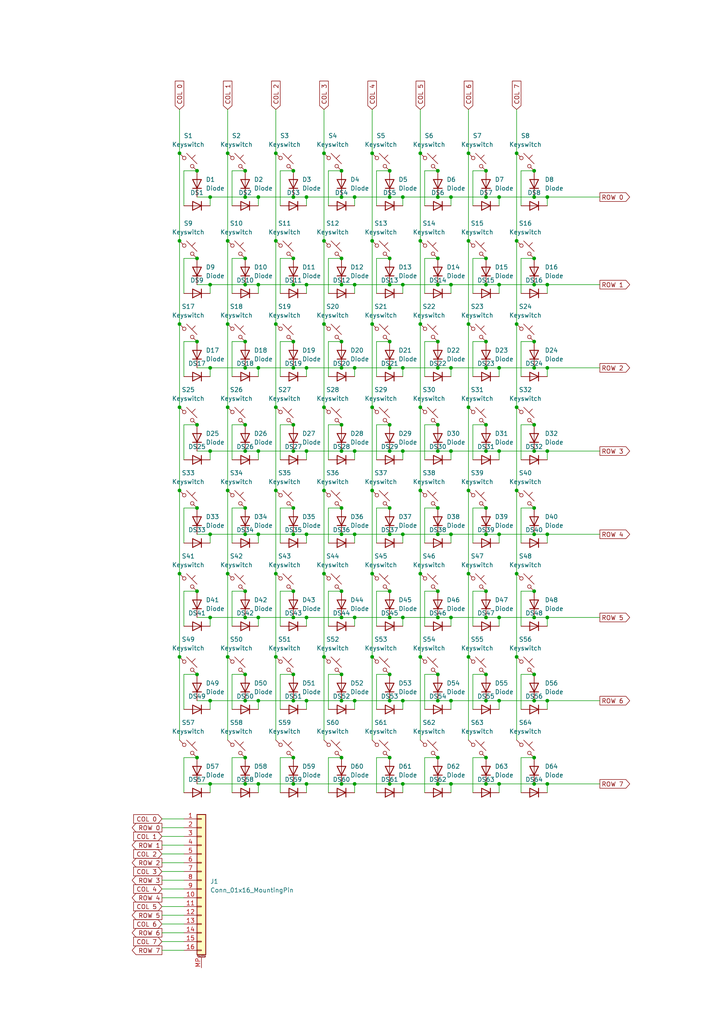
<source format=kicad_sch>
(kicad_sch (version 20250114) (generator "eeschema") (generator_version "9.0")
  (paper "A4" portrait)
  (junction (at 99.06 171.45))
  (junction (at 71.12 74.93))
  (junction (at 135.89 118.11))
  (junction (at 140.97 171.45))
  (junction (at 93.98 190.5))
  (junction (at 99.06 219.71))
  (junction (at 88.9 154.94))
  (junction (at 113.03 195.58))
  (junction (at 140.97 227.33))
  (junction (at 102.87 82.55))
  (junction (at 140.97 195.58))
  (junction (at 93.98 44.45))
  (junction (at 88.9 179.07))
  (junction (at 102.87 154.94))
  (junction (at 57.15 123.19))
  (junction (at 85.09 99.06))
  (junction (at 57.15 74.93))
  (junction (at 57.15 147.32))
  (junction (at 154.94 154.94))
  (junction (at 113.03 147.32))
  (junction (at 144.78 154.94))
  (junction (at 71.12 219.71))
  (junction (at 127 203.2))
  (junction (at 154.94 123.19))
  (junction (at 144.78 179.07))
  (junction (at 113.03 179.07))
  (junction (at 99.06 57.15))
  (junction (at 127 227.33))
  (junction (at 127 171.45))
  (junction (at 60.96 154.94))
  (junction (at 88.9 130.81))
  (junction (at 99.06 49.53))
  (junction (at 99.06 123.19))
  (junction (at 93.98 118.11))
  (junction (at 121.92 118.11))
  (junction (at 154.94 106.68))
  (junction (at 121.92 44.45))
  (junction (at 140.97 147.32))
  (junction (at 130.81 179.07))
  (junction (at 71.12 179.07))
  (junction (at 93.98 93.98))
  (junction (at 85.09 57.15))
  (junction (at 116.84 130.81))
  (junction (at 85.09 123.19))
  (junction (at 130.81 203.2))
  (junction (at 149.86 166.37))
  (junction (at 88.9 106.68))
  (junction (at 140.97 203.2))
  (junction (at 93.98 166.37))
  (junction (at 116.84 227.33))
  (junction (at 80.01 93.98))
  (junction (at 113.03 106.68))
  (junction (at 71.12 227.33))
  (junction (at 107.95 69.85))
  (junction (at 154.94 74.93))
  (junction (at 93.98 69.85))
  (junction (at 80.01 166.37))
  (junction (at 130.81 227.33))
  (junction (at 158.75 227.33))
  (junction (at 66.04 190.5))
  (junction (at 127 99.06))
  (junction (at 158.75 106.68))
  (junction (at 154.94 227.33))
  (junction (at 60.96 106.68))
  (junction (at 130.81 82.55))
  (junction (at 102.87 130.81))
  (junction (at 74.93 203.2))
  (junction (at 85.09 74.93))
  (junction (at 140.97 219.71))
  (junction (at 52.07 166.37))
  (junction (at 135.89 93.98))
  (junction (at 57.15 195.58))
  (junction (at 140.97 106.68))
  (junction (at 107.95 44.45))
  (junction (at 140.97 123.19))
  (junction (at 57.15 99.06))
  (junction (at 113.03 203.2))
  (junction (at 85.09 147.32))
  (junction (at 57.15 219.71))
  (junction (at 116.84 57.15))
  (junction (at 116.84 82.55))
  (junction (at 71.12 82.55))
  (junction (at 135.89 190.5))
  (junction (at 121.92 142.24))
  (junction (at 85.09 171.45))
  (junction (at 154.94 57.15))
  (junction (at 121.92 190.5))
  (junction (at 88.9 227.33))
  (junction (at 127 195.58))
  (junction (at 52.07 142.24))
  (junction (at 144.78 130.81))
  (junction (at 74.93 130.81))
  (junction (at 99.06 82.55))
  (junction (at 121.92 69.85))
  (junction (at 71.12 195.58))
  (junction (at 144.78 203.2))
  (junction (at 102.87 203.2))
  (junction (at 127 219.71))
  (junction (at 71.12 130.81))
  (junction (at 66.04 166.37))
  (junction (at 154.94 130.81))
  (junction (at 154.94 99.06))
  (junction (at 154.94 49.53))
  (junction (at 144.78 106.68))
  (junction (at 127 179.07))
  (junction (at 135.89 166.37))
  (junction (at 99.06 106.68))
  (junction (at 154.94 179.07))
  (junction (at 71.12 203.2))
  (junction (at 127 154.94))
  (junction (at 74.93 57.15))
  (junction (at 74.93 227.33))
  (junction (at 88.9 203.2))
  (junction (at 127 123.19))
  (junction (at 113.03 171.45))
  (junction (at 149.86 190.5))
  (junction (at 99.06 203.2))
  (junction (at 113.03 154.94))
  (junction (at 158.75 179.07))
  (junction (at 102.87 227.33))
  (junction (at 135.89 44.45))
  (junction (at 99.06 195.58))
  (junction (at 102.87 57.15))
  (junction (at 140.97 154.94))
  (junction (at 85.09 219.71))
  (junction (at 85.09 49.53))
  (junction (at 85.09 203.2))
  (junction (at 130.81 57.15))
  (junction (at 60.96 203.2))
  (junction (at 99.06 74.93))
  (junction (at 99.06 179.07))
  (junction (at 127 130.81))
  (junction (at 52.07 190.5))
  (junction (at 85.09 106.68))
  (junction (at 149.86 69.85))
  (junction (at 154.94 219.71))
  (junction (at 113.03 130.81))
  (junction (at 66.04 44.45))
  (junction (at 107.95 166.37))
  (junction (at 52.07 93.98))
  (junction (at 127 57.15))
  (junction (at 154.94 147.32))
  (junction (at 57.15 171.45))
  (junction (at 80.01 44.45))
  (junction (at 121.92 93.98))
  (junction (at 127 82.55))
  (junction (at 154.94 203.2))
  (junction (at 154.94 82.55))
  (junction (at 60.96 82.55))
  (junction (at 113.03 57.15))
  (junction (at 85.09 179.07))
  (junction (at 135.89 69.85))
  (junction (at 135.89 142.24))
  (junction (at 130.81 130.81))
  (junction (at 88.9 57.15))
  (junction (at 116.84 106.68))
  (junction (at 99.06 147.32))
  (junction (at 71.12 106.68))
  (junction (at 127 49.53))
  (junction (at 121.92 166.37))
  (junction (at 74.93 179.07))
  (junction (at 127 74.93))
  (junction (at 149.86 44.45))
  (junction (at 107.95 93.98))
  (junction (at 113.03 82.55))
  (junction (at 80.01 190.5))
  (junction (at 107.95 118.11))
  (junction (at 71.12 123.19))
  (junction (at 154.94 171.45))
  (junction (at 74.93 154.94))
  (junction (at 71.12 49.53))
  (junction (at 149.86 118.11))
  (junction (at 93.98 142.24))
  (junction (at 113.03 227.33))
  (junction (at 102.87 106.68))
  (junction (at 71.12 57.15))
  (junction (at 107.95 142.24))
  (junction (at 158.75 154.94))
  (junction (at 66.04 69.85))
  (junction (at 113.03 99.06))
  (junction (at 158.75 203.2))
  (junction (at 57.15 49.53))
  (junction (at 130.81 106.68))
  (junction (at 144.78 227.33))
  (junction (at 140.97 57.15))
  (junction (at 80.01 118.11))
  (junction (at 85.09 82.55))
  (junction (at 80.01 142.24))
  (junction (at 99.06 227.33))
  (junction (at 71.12 147.32))
  (junction (at 113.03 74.93))
  (junction (at 140.97 179.07))
  (junction (at 140.97 74.93))
  (junction (at 127 147.32))
  (junction (at 149.86 93.98))
  (junction (at 113.03 219.71))
  (junction (at 85.09 130.81))
  (junction (at 127 106.68))
  (junction (at 144.78 57.15))
  (junction (at 60.96 227.33))
  (junction (at 116.84 154.94))
  (junction (at 102.87 179.07))
  (junction (at 66.04 93.98))
  (junction (at 85.09 154.94))
  (junction (at 158.75 57.15))
  (junction (at 149.86 142.24))
  (junction (at 66.04 118.11))
  (junction (at 85.09 195.58))
  (junction (at 140.97 99.06))
  (junction (at 99.06 130.81))
  (junction (at 99.06 99.06))
  (junction (at 140.97 49.53))
  (junction (at 107.95 190.5))
  (junction (at 60.96 130.81))
  (junction (at 85.09 227.33))
  (junction (at 158.75 82.55))
  (junction (at 113.03 123.19))
  (junction (at 154.94 195.58))
  (junction (at 71.12 99.06))
  (junction (at 71.12 171.45))
  (junction (at 52.07 118.11))
  (junction (at 130.81 154.94))
  (junction (at 52.07 44.45))
  (junction (at 71.12 154.94))
  (junction (at 88.9 82.55))
  (junction (at 74.93 106.68))
  (junction (at 116.84 203.2))
  (junction (at 60.96 179.07))
  (junction (at 60.96 57.15))
  (junction (at 66.04 142.24))
  (junction (at 113.03 49.53))
  (junction (at 116.84 179.07))
  (junction (at 140.97 130.81))
  (junction (at 52.07 69.85))
  (junction (at 140.97 82.55))
  (junction (at 158.75 130.81))
  (junction (at 74.93 82.55))
  (junction (at 99.06 154.94))
  (junction (at 144.78 82.55))
  (junction (at 80.01 69.85))
  (wire (pts (xy 66.04 142.24) (xy 66.04 166.37)))
  (wire (pts (xy 158.75 179.07) (xy 173.99 179.07)))
  (wire (pts (xy 60.96 106.68) (xy 71.12 106.68)))
  (wire (pts (xy 116.84 154.94) (xy 127 154.94)))
  (wire (pts (xy 60.96 227.33) (xy 60.96 229.87)))
  (wire (pts (xy 123.19 109.22) (xy 123.19 99.06)))
  (wire (pts (xy 158.75 57.15) (xy 158.75 59.69)))
  (wire (pts (xy 151.13 123.19) (xy 154.94 123.19)))
  (wire (pts (xy 99.06 57.15) (xy 102.87 57.15)))
  (wire (pts (xy 99.06 154.94) (xy 102.87 154.94)))
  (wire (pts (xy 95.25 181.61) (xy 95.25 171.45)))
  (wire (pts (xy 151.13 109.22) (xy 151.13 99.06)))
  (wire (pts (xy 52.07 142.24) (xy 52.07 166.37)))
  (wire (pts (xy 88.9 82.55) (xy 88.9 85.09)))
  (wire (pts (xy 151.13 181.61) (xy 151.13 171.45)))
  (wire (pts (xy 140.97 82.55) (xy 144.78 82.55)))
  (wire (pts (xy 57.15 154.94) (xy 60.96 154.94)))
  (wire (pts (xy 123.19 74.93) (xy 127 74.93)))
  (wire (pts (xy 74.93 57.15) (xy 85.09 57.15)))
  (wire (pts (xy 116.84 227.33) (xy 116.84 229.87)))
  (wire (pts (xy 46.99 262.89) (xy 53.34 262.89)))
  (wire (pts (xy 154.94 106.68) (xy 158.75 106.68)))
  (wire (pts (xy 144.78 106.68) (xy 144.78 109.22)))
  (wire (pts (xy 81.28 171.45) (xy 85.09 171.45)))
  (wire (pts (xy 102.87 57.15) (xy 102.87 59.69)))
  (wire (pts (xy 137.16 109.22) (xy 137.16 99.06)))
  (wire (pts (xy 67.31 147.32) (xy 71.12 147.32)))
  (wire (pts (xy 107.95 190.5) (xy 107.95 214.63)))
  (wire (pts (xy 123.19 195.58) (xy 127 195.58)))
  (wire (pts (xy 123.19 99.06) (xy 127 99.06)))
  (wire (pts (xy 158.75 154.94) (xy 158.75 157.48)))
  (wire (pts (xy 151.13 99.06) (xy 154.94 99.06)))
  (wire (pts (xy 127 203.2) (xy 130.81 203.2)))
  (wire (pts (xy 113.03 82.55) (xy 116.84 82.55)))
  (wire (pts (xy 67.31 205.74) (xy 67.31 195.58)))
  (wire (pts (xy 67.31 109.22) (xy 67.31 99.06)))
  (wire (pts (xy 113.03 179.07) (xy 116.84 179.07)))
  (wire (pts (xy 109.22 181.61) (xy 109.22 171.45)))
  (wire (pts (xy 52.07 31.75) (xy 52.07 44.45)))
  (wire (pts (xy 109.22 229.87) (xy 109.22 219.71)))
  (wire (pts (xy 88.9 154.94) (xy 88.9 157.48)))
  (wire (pts (xy 60.96 130.81) (xy 71.12 130.81)))
  (wire (pts (xy 151.13 147.32) (xy 154.94 147.32)))
  (wire (pts (xy 158.75 57.15) (xy 173.99 57.15)))
  (wire (pts (xy 123.19 147.32) (xy 127 147.32)))
  (wire (pts (xy 60.96 57.15) (xy 71.12 57.15)))
  (wire (pts (xy 53.34 49.53) (xy 57.15 49.53)))
  (wire (pts (xy 149.86 190.5) (xy 149.86 214.63)))
  (wire (pts (xy 46.99 242.57) (xy 53.34 242.57)))
  (wire (pts (xy 57.15 106.68) (xy 60.96 106.68)))
  (wire (pts (xy 88.9 57.15) (xy 99.06 57.15)))
  (wire (pts (xy 158.75 203.2) (xy 173.99 203.2)))
  (wire (pts (xy 107.95 166.37) (xy 107.95 190.5)))
  (wire (pts (xy 67.31 85.09) (xy 67.31 74.93)))
  (wire (pts (xy 93.98 166.37) (xy 93.98 190.5)))
  (wire (pts (xy 140.97 130.81) (xy 144.78 130.81)))
  (wire (pts (xy 80.01 190.5) (xy 80.01 214.63)))
  (wire (pts (xy 99.06 179.07) (xy 102.87 179.07)))
  (wire (pts (xy 102.87 82.55) (xy 113.03 82.55)))
  (wire (pts (xy 102.87 154.94) (xy 102.87 157.48)))
  (wire (pts (xy 154.94 82.55) (xy 158.75 82.55)))
  (wire (pts (xy 74.93 82.55) (xy 85.09 82.55)))
  (wire (pts (xy 113.03 227.33) (xy 116.84 227.33)))
  (wire (pts (xy 116.84 203.2) (xy 116.84 205.74)))
  (wire (pts (xy 109.22 123.19) (xy 113.03 123.19)))
  (wire (pts (xy 93.98 190.5) (xy 93.98 214.63)))
  (wire (pts (xy 95.25 49.53) (xy 99.06 49.53)))
  (wire (pts (xy 137.16 147.32) (xy 140.97 147.32)))
  (wire (pts (xy 66.04 166.37) (xy 66.04 190.5)))
  (wire (pts (xy 113.03 203.2) (xy 116.84 203.2)))
  (wire (pts (xy 137.16 74.93) (xy 140.97 74.93)))
  (wire (pts (xy 123.19 181.61) (xy 123.19 171.45)))
  (wire (pts (xy 144.78 130.81) (xy 144.78 133.35)))
  (wire (pts (xy 46.99 265.43) (xy 53.34 265.43)))
  (wire (pts (xy 85.09 203.2) (xy 88.9 203.2)))
  (wire (pts (xy 52.07 69.85) (xy 52.07 93.98)))
  (wire (pts (xy 53.34 157.48) (xy 53.34 147.32)))
  (wire (pts (xy 151.13 74.93) (xy 154.94 74.93)))
  (wire (pts (xy 137.16 205.74) (xy 137.16 195.58)))
  (wire (pts (xy 130.81 130.81) (xy 130.81 133.35)))
  (wire (pts (xy 46.99 250.19) (xy 53.34 250.19)))
  (wire (pts (xy 121.92 44.45) (xy 121.92 69.85)))
  (wire (pts (xy 137.16 123.19) (xy 140.97 123.19)))
  (wire (pts (xy 52.07 93.98) (xy 52.07 118.11)))
  (wire (pts (xy 81.28 99.06) (xy 85.09 99.06)))
  (wire (pts (xy 151.13 59.69) (xy 151.13 49.53)))
  (wire (pts (xy 102.87 227.33) (xy 113.03 227.33)))
  (wire (pts (xy 127 179.07) (xy 130.81 179.07)))
  (wire (pts (xy 93.98 69.85) (xy 93.98 93.98)))
  (wire (pts (xy 93.98 118.11) (xy 93.98 142.24)))
  (wire (pts (xy 158.75 179.07) (xy 158.75 181.61)))
  (wire (pts (xy 53.34 99.06) (xy 57.15 99.06)))
  (wire (pts (xy 95.25 109.22) (xy 95.25 99.06)))
  (wire (pts (xy 130.81 154.94) (xy 140.97 154.94)))
  (wire (pts (xy 116.84 203.2) (xy 127 203.2)))
  (wire (pts (xy 113.03 130.81) (xy 116.84 130.81)))
  (wire (pts (xy 74.93 57.15) (xy 74.93 59.69)))
  (wire (pts (xy 81.28 123.19) (xy 85.09 123.19)))
  (wire (pts (xy 85.09 154.94) (xy 88.9 154.94)))
  (wire (pts (xy 135.89 31.75) (xy 135.89 44.45)))
  (wire (pts (xy 53.34 219.71) (xy 57.15 219.71)))
  (wire (pts (xy 144.78 57.15) (xy 144.78 59.69)))
  (wire (pts (xy 121.92 31.75) (xy 121.92 44.45)))
  (wire (pts (xy 46.99 245.11) (xy 53.34 245.11)))
  (wire (pts (xy 80.01 118.11) (xy 80.01 142.24)))
  (wire (pts (xy 46.99 270.51) (xy 53.34 270.51)))
  (wire (pts (xy 109.22 74.93) (xy 113.03 74.93)))
  (wire (pts (xy 74.93 130.81) (xy 74.93 133.35)))
  (wire (pts (xy 88.9 106.68) (xy 88.9 109.22)))
  (wire (pts (xy 60.96 106.68) (xy 60.96 109.22)))
  (wire (pts (xy 149.86 142.24) (xy 149.86 166.37)))
  (wire (pts (xy 95.25 219.71) (xy 99.06 219.71)))
  (wire (pts (xy 107.95 69.85) (xy 107.95 93.98)))
  (wire (pts (xy 67.31 59.69) (xy 67.31 49.53)))
  (wire (pts (xy 130.81 82.55) (xy 140.97 82.55)))
  (wire (pts (xy 85.09 57.15) (xy 88.9 57.15)))
  (wire (pts (xy 130.81 82.55) (xy 130.81 85.09)))
  (wire (pts (xy 88.9 203.2) (xy 88.9 205.74)))
  (wire (pts (xy 144.78 203.2) (xy 144.78 205.74)))
  (wire (pts (xy 109.22 147.32) (xy 113.03 147.32)))
  (wire (pts (xy 80.01 69.85) (xy 80.01 93.98)))
  (wire (pts (xy 67.31 123.19) (xy 71.12 123.19)))
  (wire (pts (xy 80.01 166.37) (xy 80.01 190.5)))
  (wire (pts (xy 158.75 203.2) (xy 158.75 205.74)))
  (wire (pts (xy 81.28 74.93) (xy 85.09 74.93)))
  (wire (pts (xy 137.16 181.61) (xy 137.16 171.45)))
  (wire (pts (xy 71.12 203.2) (xy 74.93 203.2)))
  (wire (pts (xy 60.96 154.94) (xy 60.96 157.48)))
  (wire (pts (xy 81.28 147.32) (xy 85.09 147.32)))
  (wire (pts (xy 116.84 57.15) (xy 116.84 59.69)))
  (wire (pts (xy 116.84 82.55) (xy 127 82.55)))
  (wire (pts (xy 81.28 195.58) (xy 85.09 195.58)))
  (wire (pts (xy 144.78 82.55) (xy 154.94 82.55)))
  (wire (pts (xy 135.89 142.24) (xy 135.89 166.37)))
  (wire (pts (xy 66.04 31.75) (xy 66.04 44.45)))
  (wire (pts (xy 113.03 106.68) (xy 116.84 106.68)))
  (wire (pts (xy 88.9 227.33) (xy 88.9 229.87)))
  (wire (pts (xy 116.84 57.15) (xy 127 57.15)))
  (wire (pts (xy 109.22 109.22) (xy 109.22 99.06)))
  (wire (pts (xy 123.19 157.48) (xy 123.19 147.32)))
  (wire (pts (xy 46.99 260.35) (xy 53.34 260.35)))
  (wire (pts (xy 81.28 181.61) (xy 81.28 171.45)))
  (wire (pts (xy 144.78 227.33) (xy 154.94 227.33)))
  (wire (pts (xy 107.95 31.75) (xy 107.95 44.45)))
  (wire (pts (xy 109.22 59.69) (xy 109.22 49.53)))
  (wire (pts (xy 80.01 44.45) (xy 80.01 69.85)))
  (wire (pts (xy 99.06 106.68) (xy 102.87 106.68)))
  (wire (pts (xy 158.75 130.81) (xy 173.99 130.81)))
  (wire (pts (xy 151.13 171.45) (xy 154.94 171.45)))
  (wire (pts (xy 144.78 130.81) (xy 154.94 130.81)))
  (wire (pts (xy 74.93 227.33) (xy 74.93 229.87)))
  (wire (pts (xy 85.09 82.55) (xy 88.9 82.55)))
  (wire (pts (xy 151.13 205.74) (xy 151.13 195.58)))
  (wire (pts (xy 140.97 179.07) (xy 144.78 179.07)))
  (wire (pts (xy 95.25 59.69) (xy 95.25 49.53)))
  (wire (pts (xy 123.19 123.19) (xy 127 123.19)))
  (wire (pts (xy 130.81 57.15) (xy 130.81 59.69)))
  (wire (pts (xy 130.81 227.33) (xy 130.81 229.87)))
  (wire (pts (xy 85.09 227.33) (xy 88.9 227.33)))
  (wire (pts (xy 158.75 106.68) (xy 158.75 109.22)))
  (wire (pts (xy 67.31 219.71) (xy 71.12 219.71)))
  (wire (pts (xy 99.06 203.2) (xy 102.87 203.2)))
  (wire (pts (xy 66.04 69.85) (xy 66.04 93.98)))
  (wire (pts (xy 46.99 240.03) (xy 53.34 240.03)))
  (wire (pts (xy 137.16 85.09) (xy 137.16 74.93)))
  (wire (pts (xy 74.93 203.2) (xy 85.09 203.2)))
  (wire (pts (xy 109.22 49.53) (xy 113.03 49.53)))
  (wire (pts (xy 93.98 44.45) (xy 93.98 69.85)))
  (wire (pts (xy 135.89 166.37) (xy 135.89 190.5)))
  (wire (pts (xy 151.13 157.48) (xy 151.13 147.32)))
  (wire (pts (xy 135.89 69.85) (xy 135.89 93.98)))
  (wire (pts (xy 66.04 44.45) (xy 66.04 69.85)))
  (wire (pts (xy 57.15 57.15) (xy 60.96 57.15)))
  (wire (pts (xy 123.19 133.35) (xy 123.19 123.19)))
  (wire (pts (xy 46.99 237.49) (xy 53.34 237.49)))
  (wire (pts (xy 113.03 57.15) (xy 116.84 57.15)))
  (wire (pts (xy 109.22 171.45) (xy 113.03 171.45)))
  (wire (pts (xy 149.86 118.11) (xy 149.86 142.24)))
  (wire (pts (xy 151.13 195.58) (xy 154.94 195.58)))
  (wire (pts (xy 74.93 82.55) (xy 74.93 85.09)))
  (wire (pts (xy 66.04 93.98) (xy 66.04 118.11)))
  (wire (pts (xy 67.31 157.48) (xy 67.31 147.32)))
  (wire (pts (xy 127 130.81) (xy 130.81 130.81)))
  (wire (pts (xy 154.94 227.33) (xy 158.75 227.33)))
  (wire (pts (xy 137.16 49.53) (xy 140.97 49.53)))
  (wire (pts (xy 137.16 133.35) (xy 137.16 123.19)))
  (wire (pts (xy 109.22 133.35) (xy 109.22 123.19)))
  (wire (pts (xy 74.93 203.2) (xy 74.93 205.74)))
  (wire (pts (xy 71.12 82.55) (xy 74.93 82.55)))
  (wire (pts (xy 130.81 203.2) (xy 140.97 203.2)))
  (wire (pts (xy 123.19 205.74) (xy 123.19 195.58)))
  (wire (pts (xy 144.78 179.07) (xy 144.78 181.61)))
  (wire (pts (xy 123.19 219.71) (xy 127 219.71)))
  (wire (pts (xy 60.96 179.07) (xy 60.96 181.61)))
  (wire (pts (xy 81.28 85.09) (xy 81.28 74.93)))
  (wire (pts (xy 121.92 69.85) (xy 121.92 93.98)))
  (wire (pts (xy 151.13 229.87) (xy 151.13 219.71)))
  (wire (pts (xy 80.01 31.75) (xy 80.01 44.45)))
  (wire (pts (xy 107.95 44.45) (xy 107.95 69.85)))
  (wire (pts (xy 123.19 171.45) (xy 127 171.45)))
  (wire (pts (xy 102.87 227.33) (xy 102.87 229.87)))
  (wire (pts (xy 137.16 99.06) (xy 140.97 99.06)))
  (wire (pts (xy 140.97 106.68) (xy 144.78 106.68)))
  (wire (pts (xy 127 106.68) (xy 130.81 106.68)))
  (wire (pts (xy 66.04 118.11) (xy 66.04 142.24)))
  (wire (pts (xy 95.25 99.06) (xy 99.06 99.06)))
  (wire (pts (xy 130.81 106.68) (xy 140.97 106.68)))
  (wire (pts (xy 140.97 154.94) (xy 144.78 154.94)))
  (wire (pts (xy 46.99 273.05) (xy 53.34 273.05)))
  (wire (pts (xy 57.15 227.33) (xy 60.96 227.33)))
  (wire (pts (xy 53.34 133.35) (xy 53.34 123.19)))
  (wire (pts (xy 149.86 31.75) (xy 149.86 44.45)))
  (wire (pts (xy 113.03 154.94) (xy 116.84 154.94)))
  (wire (pts (xy 60.96 154.94) (xy 71.12 154.94)))
  (wire (pts (xy 95.25 147.32) (xy 99.06 147.32)))
  (wire (pts (xy 127 82.55) (xy 130.81 82.55)))
  (wire (pts (xy 53.34 205.74) (xy 53.34 195.58)))
  (wire (pts (xy 95.25 229.87) (xy 95.25 219.71)))
  (wire (pts (xy 71.12 179.07) (xy 74.93 179.07)))
  (wire (pts (xy 123.19 59.69) (xy 123.19 49.53)))
  (wire (pts (xy 81.28 219.71) (xy 85.09 219.71)))
  (wire (pts (xy 116.84 227.33) (xy 127 227.33)))
  (wire (pts (xy 121.92 118.11) (xy 121.92 142.24)))
  (wire (pts (xy 95.25 171.45) (xy 99.06 171.45)))
  (wire (pts (xy 102.87 82.55) (xy 102.87 85.09)))
  (wire (pts (xy 149.86 93.98) (xy 149.86 118.11)))
  (wire (pts (xy 95.25 205.74) (xy 95.25 195.58)))
  (wire (pts (xy 93.98 31.75) (xy 93.98 44.45)))
  (wire (pts (xy 88.9 179.07) (xy 99.06 179.07)))
  (wire (pts (xy 127 154.94) (xy 130.81 154.94)))
  (wire (pts (xy 158.75 82.55) (xy 158.75 85.09)))
  (wire (pts (xy 53.34 147.32) (xy 57.15 147.32)))
  (wire (pts (xy 88.9 106.68) (xy 99.06 106.68)))
  (wire (pts (xy 67.31 171.45) (xy 71.12 171.45)))
  (wire (pts (xy 116.84 130.81) (xy 116.84 133.35)))
  (wire (pts (xy 102.87 179.07) (xy 113.03 179.07)))
  (wire (pts (xy 116.84 130.81) (xy 127 130.81)))
  (wire (pts (xy 102.87 130.81) (xy 113.03 130.81)))
  (wire (pts (xy 52.07 166.37) (xy 52.07 190.5)))
  (wire (pts (xy 154.94 203.2) (xy 158.75 203.2)))
  (wire (pts (xy 74.93 154.94) (xy 74.93 157.48)))
  (wire (pts (xy 88.9 130.81) (xy 99.06 130.81)))
  (wire (pts (xy 158.75 106.68) (xy 173.99 106.68)))
  (wire (pts (xy 151.13 85.09) (xy 151.13 74.93)))
  (wire (pts (xy 81.28 109.22) (xy 81.28 99.06)))
  (wire (pts (xy 60.96 82.55) (xy 71.12 82.55)))
  (wire (pts (xy 116.84 179.07) (xy 127 179.07)))
  (wire (pts (xy 109.22 195.58) (xy 113.03 195.58)))
  (wire (pts (xy 151.13 49.53) (xy 154.94 49.53)))
  (wire (pts (xy 121.92 93.98) (xy 121.92 118.11)))
  (wire (pts (xy 109.22 205.74) (xy 109.22 195.58)))
  (wire (pts (xy 123.19 229.87) (xy 123.19 219.71)))
  (wire (pts (xy 74.93 106.68) (xy 74.93 109.22)))
  (wire (pts (xy 137.16 229.87) (xy 137.16 219.71)))
  (wire (pts (xy 99.06 130.81) (xy 102.87 130.81)))
  (wire (pts (xy 144.78 154.94) (xy 154.94 154.94)))
  (wire (pts (xy 158.75 227.33) (xy 173.99 227.33)))
  (wire (pts (xy 81.28 133.35) (xy 81.28 123.19)))
  (wire (pts (xy 60.96 203.2) (xy 71.12 203.2)))
  (wire (pts (xy 53.34 109.22) (xy 53.34 99.06)))
  (wire (pts (xy 135.89 190.5) (xy 135.89 214.63)))
  (wire (pts (xy 127 227.33) (xy 130.81 227.33)))
  (wire (pts (xy 67.31 99.06) (xy 71.12 99.06)))
  (wire (pts (xy 144.78 179.07) (xy 154.94 179.07)))
  (wire (pts (xy 81.28 49.53) (xy 85.09 49.53)))
  (wire (pts (xy 130.81 179.07) (xy 130.81 181.61)))
  (wire (pts (xy 121.92 190.5) (xy 121.92 214.63)))
  (wire (pts (xy 95.25 157.48) (xy 95.25 147.32)))
  (wire (pts (xy 88.9 227.33) (xy 99.06 227.33)))
  (wire (pts (xy 71.12 106.68) (xy 74.93 106.68)))
  (wire (pts (xy 46.99 247.65) (xy 53.34 247.65)))
  (wire (pts (xy 149.86 44.45) (xy 149.86 69.85)))
  (wire (pts (xy 71.12 154.94) (xy 74.93 154.94)))
  (wire (pts (xy 137.16 157.48) (xy 137.16 147.32)))
  (wire (pts (xy 154.94 154.94) (xy 158.75 154.94)))
  (wire (pts (xy 67.31 49.53) (xy 71.12 49.53)))
  (wire (pts (xy 144.78 82.55) (xy 144.78 85.09)))
  (wire (pts (xy 53.34 181.61) (xy 53.34 171.45)))
  (wire (pts (xy 53.34 123.19) (xy 57.15 123.19)))
  (wire (pts (xy 121.92 142.24) (xy 121.92 166.37)))
  (wire (pts (xy 53.34 229.87) (xy 53.34 219.71)))
  (wire (pts (xy 123.19 85.09) (xy 123.19 74.93)))
  (wire (pts (xy 95.25 195.58) (xy 99.06 195.58)))
  (wire (pts (xy 135.89 93.98) (xy 135.89 118.11)))
  (wire (pts (xy 60.96 227.33) (xy 71.12 227.33)))
  (wire (pts (xy 137.16 171.45) (xy 140.97 171.45)))
  (wire (pts (xy 121.92 166.37) (xy 121.92 190.5)))
  (wire (pts (xy 52.07 190.5) (xy 52.07 214.63)))
  (wire (pts (xy 130.81 106.68) (xy 130.81 109.22)))
  (wire (pts (xy 46.99 257.81) (xy 53.34 257.81)))
  (wire (pts (xy 137.16 195.58) (xy 140.97 195.58)))
  (wire (pts (xy 130.81 203.2) (xy 130.81 205.74)))
  (wire (pts (xy 154.94 57.15) (xy 158.75 57.15)))
  (wire (pts (xy 144.78 106.68) (xy 154.94 106.68)))
  (wire (pts (xy 95.25 85.09) (xy 95.25 74.93)))
  (wire (pts (xy 109.22 99.06) (xy 113.03 99.06)))
  (wire (pts (xy 140.97 203.2) (xy 144.78 203.2)))
  (wire (pts (xy 60.96 57.15) (xy 60.96 59.69)))
  (wire (pts (xy 158.75 82.55) (xy 173.99 82.55)))
  (wire (pts (xy 53.34 171.45) (xy 57.15 171.45)))
  (wire (pts (xy 158.75 154.94) (xy 173.99 154.94)))
  (wire (pts (xy 53.34 85.09) (xy 53.34 74.93)))
  (wire (pts (xy 80.01 142.24) (xy 80.01 166.37)))
  (wire (pts (xy 158.75 130.81) (xy 158.75 133.35)))
  (wire (pts (xy 88.9 82.55) (xy 99.06 82.55)))
  (wire (pts (xy 66.04 190.5) (xy 66.04 214.63)))
  (wire (pts (xy 81.28 229.87) (xy 81.28 219.71)))
  (wire (pts (xy 116.84 179.07) (xy 116.84 181.61)))
  (wire (pts (xy 85.09 179.07) (xy 88.9 179.07)))
  (wire (pts (xy 140.97 57.15) (xy 144.78 57.15)))
  (wire (pts (xy 67.31 74.93) (xy 71.12 74.93)))
  (wire (pts (xy 135.89 118.11) (xy 135.89 142.24)))
  (wire (pts (xy 53.34 59.69) (xy 53.34 49.53)))
  (wire (pts (xy 107.95 142.24) (xy 107.95 166.37)))
  (wire (pts (xy 81.28 59.69) (xy 81.28 49.53)))
  (wire (pts (xy 67.31 229.87) (xy 67.31 219.71)))
  (wire (pts (xy 74.93 106.68) (xy 85.09 106.68)))
  (wire (pts (xy 67.31 195.58) (xy 71.12 195.58)))
  (wire (pts (xy 93.98 93.98) (xy 93.98 118.11)))
  (wire (pts (xy 57.15 82.55) (xy 60.96 82.55)))
  (wire (pts (xy 53.34 195.58) (xy 57.15 195.58)))
  (wire (pts (xy 102.87 154.94) (xy 113.03 154.94)))
  (wire (pts (xy 137.16 219.71) (xy 140.97 219.71)))
  (wire (pts (xy 88.9 57.15) (xy 88.9 59.69)))
  (wire (pts (xy 60.96 179.07) (xy 71.12 179.07)))
  (wire (pts (xy 154.94 130.81) (xy 158.75 130.81)))
  (wire (pts (xy 80.01 93.98) (xy 80.01 118.11)))
  (wire (pts (xy 144.78 203.2) (xy 154.94 203.2)))
  (wire (pts (xy 71.12 57.15) (xy 74.93 57.15)))
  (wire (pts (xy 109.22 85.09) (xy 109.22 74.93)))
  (wire (pts (xy 60.96 203.2) (xy 60.96 205.74)))
  (wire (pts (xy 85.09 106.68) (xy 88.9 106.68)))
  (wire (pts (xy 116.84 106.68) (xy 116.84 109.22)))
  (wire (pts (xy 95.25 133.35) (xy 95.25 123.19)))
  (wire (pts (xy 102.87 57.15) (xy 113.03 57.15)))
  (wire (pts (xy 107.95 93.98) (xy 107.95 118.11)))
  (wire (pts (xy 81.28 157.48) (xy 81.28 147.32)))
  (wire (pts (xy 88.9 130.81) (xy 88.9 133.35)))
  (wire (pts (xy 95.25 123.19) (xy 99.06 123.19)))
  (wire (pts (xy 102.87 203.2) (xy 113.03 203.2)))
  (wire (pts (xy 116.84 154.94) (xy 116.84 157.48)))
  (wire (pts (xy 149.86 166.37) (xy 149.86 190.5)))
  (wire (pts (xy 53.34 74.93) (xy 57.15 74.93)))
  (wire (pts (xy 130.81 57.15) (xy 140.97 57.15)))
  (wire (pts (xy 158.75 227.33) (xy 158.75 229.87)))
  (wire (pts (xy 99.06 227.33) (xy 102.87 227.33)))
  (wire (pts (xy 140.97 227.33) (xy 144.78 227.33)))
  (wire (pts (xy 74.93 130.81) (xy 85.09 130.81)))
  (wire (pts (xy 46.99 255.27) (xy 53.34 255.27)))
  (wire (pts (xy 71.12 130.81) (xy 74.93 130.81)))
  (wire (pts (xy 107.95 118.11) (xy 107.95 142.24)))
  (wire (pts (xy 116.84 82.55) (xy 116.84 85.09)))
  (wire (pts (xy 71.12 227.33) (xy 74.93 227.33)))
  (wire (pts (xy 102.87 130.81) (xy 102.87 133.35)))
  (wire (pts (xy 52.07 44.45) (xy 52.07 69.85)))
  (wire (pts (xy 149.86 69.85) (xy 149.86 93.98)))
  (wire (pts (xy 46.99 252.73) (xy 53.34 252.73)))
  (wire (pts (xy 144.78 227.33) (xy 144.78 229.87)))
  (wire (pts (xy 123.19 49.53) (xy 127 49.53)))
  (wire (pts (xy 116.84 106.68) (xy 127 106.68)))
  (wire (pts (xy 67.31 181.61) (xy 67.31 171.45)))
  (wire (pts (xy 52.07 118.11) (xy 52.07 142.24)))
  (wire (pts (xy 102.87 106.68) (xy 102.87 109.22)))
  (wire (pts (xy 102.87 203.2) (xy 102.87 205.74)))
  (wire (pts (xy 74.93 179.07) (xy 74.93 181.61)))
  (wire (pts (xy 85.09 130.81) (xy 88.9 130.81)))
  (wire (pts (xy 67.31 133.35) (xy 67.31 123.19)))
  (wire (pts (xy 74.93 179.07) (xy 85.09 179.07)))
  (wire (pts (xy 81.28 205.74) (xy 81.28 195.58)))
  (wire (pts (xy 60.96 130.81) (xy 60.96 133.35)))
  (wire (pts (xy 130.81 227.33) (xy 140.97 227.33)))
  (wire (pts (xy 130.81 154.94) (xy 130.81 157.48)))
  (wire (pts (xy 130.81 179.07) (xy 140.97 179.07)))
  (wire (pts (xy 46.99 275.59) (xy 53.34 275.59)))
  (wire (pts (xy 74.93 154.94) (xy 85.09 154.94)))
  (wire (pts (xy 99.06 82.55) (xy 102.87 82.55)))
  (wire (pts (xy 74.93 227.33) (xy 85.09 227.33)))
  (wire (pts (xy 88.9 154.94) (xy 99.06 154.94)))
  (wire (pts (xy 102.87 106.68) (xy 113.03 106.68)))
  (wire (pts (xy 57.15 130.81) (xy 60.96 130.81)))
  (wire (pts (xy 151.13 133.35) (xy 151.13 123.19)))
  (wire (pts (xy 135.89 44.45) (xy 135.89 69.85)))
  (wire (pts (xy 144.78 57.15) (xy 154.94 57.15)))
  (wire (pts (xy 109.22 219.71) (xy 113.03 219.71)))
  (wire (pts (xy 88.9 179.07) (xy 88.9 181.61)))
  (wire (pts (xy 109.22 157.48) (xy 109.22 147.32)))
  (wire (pts (xy 154.94 179.07) (xy 158.75 179.07)))
  (wire (pts (xy 127 57.15) (xy 130.81 57.15)))
  (wire (pts (xy 46.99 267.97) (xy 53.34 267.97)))
  (wire (pts (xy 102.87 179.07) (xy 102.87 181.61)))
  (wire (pts (xy 151.13 219.71) (xy 154.94 219.71)))
  (wire (pts (xy 95.25 74.93) (xy 99.06 74.93)))
  (wire (pts (xy 60.96 82.55) (xy 60.96 85.09)))
  (wire (pts (xy 137.16 59.69) (xy 137.16 49.53)))
  (wire (pts (xy 88.9 203.2) (xy 99.06 203.2)))
  (wire (pts (xy 57.15 179.07) (xy 60.96 179.07)))
  (wire (pts (xy 144.78 154.94) (xy 144.78 157.48)))
  (wire (pts (xy 93.98 142.24) (xy 93.98 166.37)))
  (wire (pts (xy 130.81 130.81) (xy 140.97 130.81)))
  (wire (pts (xy 57.15 203.2) (xy 60.96 203.2)))
  (global_label "ROW 5" (shape output) (at 46.99 265.43 180) (property "Intersheetrefs" "${INTERSHEET_REFS}" (effects (hide yes))))
  (global_label "COL 4" (shape input) (at 107.95 31.75 90) (property "Intersheetrefs" "${INTERSHEET_REFS}" (effects (hide yes))))
  (global_label "COL 2" (shape input) (at 80.01 31.75 90) (property "Intersheetrefs" "${INTERSHEET_REFS}" (effects (hide yes))))
  (global_label "COL 5" (shape input) (at 46.99 262.89 180) (property "Intersheetrefs" "${INTERSHEET_REFS}" (effects (hide yes))))
  (global_label "ROW 5" (shape output) (at 173.99 179.07 0) (property "Intersheetrefs" "${INTERSHEET_REFS}" (effects (hide yes))))
  (global_label "ROW 3" (shape output) (at 173.99 130.81 0) (property "Intersheetrefs" "${INTERSHEET_REFS}" (effects (hide yes))))
  (global_label "COL 3" (shape input) (at 46.99 252.73 180) (property "Intersheetrefs" "${INTERSHEET_REFS}" (effects (hide yes))))
  (global_label "COL 6" (shape input) (at 46.99 267.97 180) (property "Intersheetrefs" "${INTERSHEET_REFS}" (effects (hide yes))))
  (global_label "ROW 0" (shape output) (at 46.99 240.03 180) (property "Intersheetrefs" "${INTERSHEET_REFS}" (effects (hide yes))))
  (global_label "ROW 0" (shape output) (at 173.99 57.15 0) (property "Intersheetrefs" "${INTERSHEET_REFS}" (effects (hide yes))))
  (global_label "COL 4" (shape input) (at 46.99 257.81 180) (property "Intersheetrefs" "${INTERSHEET_REFS}" (effects (hide yes))))
  (global_label "COL 0" (shape input) (at 46.99 237.49 180) (property "Intersheetrefs" "${INTERSHEET_REFS}" (effects (hide yes))))
  (global_label "COL 1" (shape input) (at 66.04 31.75 90) (property "Intersheetrefs" "${INTERSHEET_REFS}" (effects (hide yes))))
  (global_label "ROW 6" (shape output) (at 46.99 270.51 180) (property "Intersheetrefs" "${INTERSHEET_REFS}" (effects (hide yes))))
  (global_label "ROW 2" (shape output) (at 173.99 106.68 0) (property "Intersheetrefs" "${INTERSHEET_REFS}" (effects (hide yes))))
  (global_label "ROW 7" (shape output) (at 173.99 227.33 0) (property "Intersheetrefs" "${INTERSHEET_REFS}" (effects (hide yes))))
  (global_label "ROW 1" (shape output) (at 173.99 82.55 0) (property "Intersheetrefs" "${INTERSHEET_REFS}" (effects (hide yes))))
  (global_label "COL 2" (shape input) (at 46.99 247.65 180) (property "Intersheetrefs" "${INTERSHEET_REFS}" (effects (hide yes))))
  (global_label "ROW 7" (shape output) (at 46.99 275.59 180) (property "Intersheetrefs" "${INTERSHEET_REFS}" (effects (hide yes))))
  (global_label "ROW 6" (shape output) (at 173.99 203.2 0) (property "Intersheetrefs" "${INTERSHEET_REFS}" (effects (hide yes))))
  (global_label "COL 6" (shape input) (at 135.89 31.75 90) (property "Intersheetrefs" "${INTERSHEET_REFS}" (effects (hide yes))))
  (global_label "COL 3" (shape input) (at 93.98 31.75 90) (property "Intersheetrefs" "${INTERSHEET_REFS}" (effects (hide yes))))
  (global_label "COL 7" (shape input) (at 149.86 31.75 90) (property "Intersheetrefs" "${INTERSHEET_REFS}" (effects (hide yes))))
  (global_label "COL 7" (shape input) (at 46.99 273.05 180) (property "Intersheetrefs" "${INTERSHEET_REFS}" (effects (hide yes))))
  (global_label "COL 5" (shape input) (at 121.92 31.75 90) (property "Intersheetrefs" "${INTERSHEET_REFS}" (effects (hide yes))))
  (global_label "COL 0" (shape input) (at 52.07 31.75 90) (property "Intersheetrefs" "${INTERSHEET_REFS}" (effects (hide yes))))
  (global_label "ROW 1" (shape output) (at 46.99 245.11 180) (property "Intersheetrefs" "${INTERSHEET_REFS}" (effects (hide yes))))
  (global_label "COL 1" (shape input) (at 46.99 242.57 180) (property "Intersheetrefs" "${INTERSHEET_REFS}" (effects (hide yes))))
  (global_label "ROW 4" (shape output) (at 46.99 260.35 180) (property "Intersheetrefs" "${INTERSHEET_REFS}" (effects (hide yes))))
  (global_label "ROW 4" (shape output) (at 173.99 154.94 0) (property "Intersheetrefs" "${INTERSHEET_REFS}" (effects (hide yes))))
  (global_label "ROW 2" (shape output) (at 46.99 250.19 180) (property "Intersheetrefs" "${INTERSHEET_REFS}" (effects (hide yes))))
  (global_label "ROW 3" (shape output) (at 46.99 255.27 180) (property "Intersheetrefs" "${INTERSHEET_REFS}" (effects (hide yes))))
  (symbol (lib_id "ScottoKeebs:Placeholder_Keyswitch") (at 152.4 46.99 0) (unit 1)
    (property "Reference" "S8" (at 152.4 39.37 0))
    (property "Value" "Keyswitch" (at 152.4 41.91 0))
    (property "Footprint" "ScottoKeebs_Choc:Choc_V1_1.00u" (effects (hide yes)))
    (property "Description" "Push button switch, normally open, two pins, 45° tilted" (effects (hide yes)))
  )
  (symbol (lib_id "ScottoKeebs:Placeholder_Diode") (at 127 175.26 90) (unit 1)
    (property "Reference" "D46" (at 129.54 173.9899 90) (effects (justify right)))
    (property "Value" "Diode" (at 129.54 176.5299 90) (effects (justify right)))
    (property "Footprint" "ScottoKeebs_Components:Diode_DO-35" (effects (hide yes)))
    (property "Description" "1N4148 (DO-35) or 1N4148W (SOD-123)" (effects (hide yes)))
    (property "Sim.Device" "D" (effects (hide yes)))
    (property "Sim.Pins" "1=K 2=A" (effects (hide yes)))
  )
  (symbol (lib_id "Connector_Generic_MountingPin:Conn_01x16_MountingPin") (at 58.42 255.27 0) (unit 1)
    (property "Reference" "J1" (at 60.96 255.6255 0) (effects (justify left)))
    (property "Value" "Conn_01x16_MountingPin" (at 60.96 258.1655 0) (effects (justify left)))
    (property "Footprint" "Connector_IDC:IDC-Header_2x08-1MP_P2.54mm_Latch_Vertical" (effects (hide yes)))
    (property "Description" "Generic connectable mounting pin connector, single row, 01x16, script generated (kicad-library-utils/schlib/autogen/connector/)" (effects (hide yes)))
  )
  (symbol (lib_id "Diode:1N4148W") (at 99.06 85.09 180) (unit 1)
    (property "Reference" "DS12" (at 99.06 81.28 0))
    (property "Value" "1N4148W" (effects (hide yes)))
    (property "Footprint" "Diode_SMD:D_SOD-123" (effects (hide yes)))
    (property "Datasheet" "https://www.vishay.com/docs/85748/1n4148w.pdf" (effects (hide yes)))
    (property "Description" "75V 0.15A Fast Switching Diode, SOD-123" (effects (hide yes)))
    (property "Sim.Device" "D" (effects (hide yes)))
    (property "Sim.Pins" "1=K 2=A" (effects (hide yes)))
  )
  (symbol (lib_id "ScottoKeebs:Placeholder_Diode") (at 154.94 223.52 90) (unit 1)
    (property "Reference" "D64" (at 157.988 222.25 90) (effects (justify right)))
    (property "Value" "Diode" (at 157.988 224.79 90) (effects (justify right)))
    (property "Footprint" "ScottoKeebs_Components:Diode_DO-35" (effects (hide yes)))
    (property "Description" "1N4148 (DO-35) or 1N4148W (SOD-123)" (effects (hide yes)))
    (property "Sim.Device" "D" (effects (hide yes)))
    (property "Sim.Pins" "1=K 2=A" (effects (hide yes)))
  )
  (symbol (lib_id "ScottoKeebs:Placeholder_Keyswitch") (at 96.52 217.17 0) (unit 1)
    (property "Reference" "S60" (at 96.52 209.55 0))
    (property "Value" "Keyswitch" (at 96.52 212.09 0))
    (property "Footprint" "ScottoKeebs_Choc:Choc_V1_1.00u" (effects (hide yes)))
    (property "Description" "Push button switch, normally open, two pins, 45° tilted" (effects (hide yes)))
  )
  (symbol (lib_id "Diode:1N4148W") (at 99.06 133.35 180) (unit 1)
    (property "Reference" "DS28" (at 99.06 129.54 0))
    (property "Value" "1N4148W" (effects (hide yes)))
    (property "Footprint" "Diode_SMD:D_SOD-123" (effects (hide yes)))
    (property "Datasheet" "https://www.vishay.com/docs/85748/1n4148w.pdf" (effects (hide yes)))
    (property "Description" "75V 0.15A Fast Switching Diode, SOD-123" (effects (hide yes)))
    (property "Sim.Device" "D" (effects (hide yes)))
    (property "Sim.Pins" "1=K 2=A" (effects (hide yes)))
  )
  (symbol (lib_id "ScottoKeebs:Placeholder_Keyswitch") (at 124.46 144.78 0) (unit 1)
    (property "Reference" "S38" (at 124.46 137.16 0))
    (property "Value" "Keyswitch" (at 124.46 139.7 0))
    (property "Footprint" "ScottoKeebs_Choc:Choc_V1_1.00u" (effects (hide yes)))
    (property "Description" "Push button switch, normally open, two pins, 45° tilted" (effects (hide yes)))
  )
  (symbol (lib_id "ScottoKeebs:Placeholder_Keyswitch") (at 96.52 193.04 0) (unit 1)
    (property "Reference" "S52" (at 96.52 185.42 0))
    (property "Value" "Keyswitch" (at 96.52 187.96 0))
    (property "Footprint" "ScottoKeebs_Choc:Choc_V1_1.00u" (effects (hide yes)))
    (property "Description" "Push button switch, normally open, two pins, 45° tilted" (effects (hide yes)))
  )
  (symbol (lib_id "ScottoKeebs:Placeholder_Diode") (at 71.12 78.74 90) (unit 1)
    (property "Reference" "D10" (at 73.66 77.4699 90) (effects (justify right)))
    (property "Value" "Diode" (at 73.66 80.0099 90) (effects (justify right)))
    (property "Footprint" "ScottoKeebs_Components:Diode_DO-35" (effects (hide yes)))
    (property "Description" "1N4148 (DO-35) or 1N4148W (SOD-123)" (effects (hide yes)))
    (property "Sim.Device" "D" (effects (hide yes)))
    (property "Sim.Pins" "1=K 2=A" (effects (hide yes)))
  )
  (symbol (lib_id "Diode:1N4148W") (at 154.94 205.74 180) (unit 1)
    (property "Reference" "DS56" (at 154.94 201.93 0))
    (property "Value" "1N4148W" (effects (hide yes)))
    (property "Footprint" "Diode_SMD:D_SOD-123" (effects (hide yes)))
    (property "Datasheet" "https://www.vishay.com/docs/85748/1n4148w.pdf" (effects (hide yes)))
    (property "Description" "75V 0.15A Fast Switching Diode, SOD-123" (effects (hide yes)))
    (property "Sim.Device" "D" (effects (hide yes)))
    (property "Sim.Pins" "1=K 2=A" (effects (hide yes)))
  )
  (symbol (lib_id "Diode:1N4148W") (at 71.12 229.87 180) (unit 1)
    (property "Reference" "DS58" (at 71.12 226.06 0))
    (property "Value" "1N4148W" (effects (hide yes)))
    (property "Footprint" "Diode_SMD:D_SOD-123" (effects (hide yes)))
    (property "Datasheet" "https://www.vishay.com/docs/85748/1n4148w.pdf" (effects (hide yes)))
    (property "Description" "75V 0.15A Fast Switching Diode, SOD-123" (effects (hide yes)))
    (property "Sim.Device" "D" (effects (hide yes)))
    (property "Sim.Pins" "1=K 2=A" (effects (hide yes)))
  )
  (symbol (lib_id "ScottoKeebs:Placeholder_Diode") (at 154.94 127 90) (unit 1)
    (property "Reference" "D32" (at 157.988 125.73 90) (effects (justify right)))
    (property "Value" "Diode" (at 157.988 128.27 90) (effects (justify right)))
    (property "Footprint" "ScottoKeebs_Components:Diode_DO-35" (effects (hide yes)))
    (property "Description" "1N4148 (DO-35) or 1N4148W (SOD-123)" (effects (hide yes)))
    (property "Sim.Device" "D" (effects (hide yes)))
    (property "Sim.Pins" "1=K 2=A" (effects (hide yes)))
  )
  (symbol (lib_id "Diode:1N4148W") (at 140.97 157.48 180) (unit 1)
    (property "Reference" "DS39" (at 140.97 153.67 0))
    (property "Value" "1N4148W" (effects (hide yes)))
    (property "Footprint" "Diode_SMD:D_SOD-123" (effects (hide yes)))
    (property "Datasheet" "https://www.vishay.com/docs/85748/1n4148w.pdf" (effects (hide yes)))
    (property "Description" "75V 0.15A Fast Switching Diode, SOD-123" (effects (hide yes)))
    (property "Sim.Device" "D" (effects (hide yes)))
    (property "Sim.Pins" "1=K 2=A" (effects (hide yes)))
  )
  (symbol (lib_id "Diode:1N4148W") (at 127 205.74 180) (unit 1)
    (property "Reference" "DS54" (at 127 201.93 0))
    (property "Value" "1N4148W" (effects (hide yes)))
    (property "Footprint" "Diode_SMD:D_SOD-123" (effects (hide yes)))
    (property "Datasheet" "https://www.vishay.com/docs/85748/1n4148w.pdf" (effects (hide yes)))
    (property "Description" "75V 0.15A Fast Switching Diode, SOD-123" (effects (hide yes)))
    (property "Sim.Device" "D" (effects (hide yes)))
    (property "Sim.Pins" "1=K 2=A" (effects (hide yes)))
  )
  (symbol (lib_id "ScottoKeebs:Placeholder_Keyswitch") (at 138.43 193.04 0) (unit 1)
    (property "Reference" "S55" (at 138.43 185.42 0))
    (property "Value" "Keyswitch" (at 138.43 187.96 0))
    (property "Footprint" "ScottoKeebs_Choc:Choc_V1_1.00u" (effects (hide yes)))
    (property "Description" "Push button switch, normally open, two pins, 45° tilted" (effects (hide yes)))
  )
  (symbol (lib_id "ScottoKeebs:Placeholder_Keyswitch") (at 54.61 193.04 0) (unit 1)
    (property "Reference" "S49" (at 54.61 185.42 0))
    (property "Value" "Keyswitch" (at 54.61 187.96 0))
    (property "Footprint" "ScottoKeebs_Choc:Choc_V1_1.00u" (effects (hide yes)))
    (property "Description" "Push button switch, normally open, two pins, 45° tilted" (effects (hide yes)))
  )
  (symbol (lib_id "Diode:1N4148W") (at 85.09 229.87 180) (unit 1)
    (property "Reference" "DS59" (at 85.09 226.06 0))
    (property "Value" "1N4148W" (effects (hide yes)))
    (property "Footprint" "Diode_SMD:D_SOD-123" (effects (hide yes)))
    (property "Datasheet" "https://www.vishay.com/docs/85748/1n4148w.pdf" (effects (hide yes)))
    (property "Description" "75V 0.15A Fast Switching Diode, SOD-123" (effects (hide yes)))
    (property "Sim.Device" "D" (effects (hide yes)))
    (property "Sim.Pins" "1=K 2=A" (effects (hide yes)))
  )
  (symbol (lib_id "ScottoKeebs:Placeholder_Keyswitch") (at 110.49 46.99 0) (unit 1)
    (property "Reference" "S5" (at 110.49 39.37 0))
    (property "Value" "Keyswitch" (at 110.49 41.91 0))
    (property "Footprint" "ScottoKeebs_Choc:Choc_V1_1.00u" (effects (hide yes)))
    (property "Description" "Push button switch, normally open, two pins, 45° tilted" (effects (hide yes)))
  )
  (symbol (lib_id "ScottoKeebs:Placeholder_Diode") (at 99.06 151.13 90) (unit 1)
    (property "Reference" "D36" (at 101.6 149.8599 90) (effects (justify right)))
    (property "Value" "Diode" (at 101.6 152.3999 90) (effects (justify right)))
    (property "Footprint" "ScottoKeebs_Components:Diode_DO-35" (effects (hide yes)))
    (property "Description" "1N4148 (DO-35) or 1N4148W (SOD-123)" (effects (hide yes)))
    (property "Sim.Device" "D" (effects (hide yes)))
    (property "Sim.Pins" "1=K 2=A" (effects (hide yes)))
  )
  (symbol (lib_id "Diode:1N4148W") (at 113.03 133.35 180) (unit 1)
    (property "Reference" "DS29" (at 113.03 129.54 0))
    (property "Value" "1N4148W" (effects (hide yes)))
    (property "Footprint" "Diode_SMD:D_SOD-123" (effects (hide yes)))
    (property "Datasheet" "https://www.vishay.com/docs/85748/1n4148w.pdf" (effects (hide yes)))
    (property "Description" "75V 0.15A Fast Switching Diode, SOD-123" (effects (hide yes)))
    (property "Sim.Device" "D" (effects (hide yes)))
    (property "Sim.Pins" "1=K 2=A" (effects (hide yes)))
  )
  (symbol (lib_id "Diode:1N4148W") (at 99.06 181.61 180) (unit 1)
    (property "Reference" "DS44" (at 99.06 177.8 0))
    (property "Value" "1N4148W" (effects (hide yes)))
    (property "Footprint" "Diode_SMD:D_SOD-123" (effects (hide yes)))
    (property "Datasheet" "https://www.vishay.com/docs/85748/1n4148w.pdf" (effects (hide yes)))
    (property "Description" "75V 0.15A Fast Switching Diode, SOD-123" (effects (hide yes)))
    (property "Sim.Device" "D" (effects (hide yes)))
    (property "Sim.Pins" "1=K 2=A" (effects (hide yes)))
  )
  (symbol (lib_id "ScottoKeebs:Placeholder_Diode") (at 154.94 102.87 90) (unit 1)
    (property "Reference" "D24" (at 157.988 101.6 90) (effects (justify right)))
    (property "Value" "Diode" (at 157.988 104.14 90) (effects (justify right)))
    (property "Footprint" "ScottoKeebs_Components:Diode_DO-35" (effects (hide yes)))
    (property "Description" "1N4148 (DO-35) or 1N4148W (SOD-123)" (effects (hide yes)))
    (property "Sim.Device" "D" (effects (hide yes)))
    (property "Sim.Pins" "1=K 2=A" (effects (hide yes)))
  )
  (symbol (lib_id "ScottoKeebs:Placeholder_Keyswitch") (at 110.49 144.78 0) (unit 1)
    (property "Reference" "S37" (at 110.49 137.16 0))
    (property "Value" "Keyswitch" (at 110.49 139.7 0))
    (property "Footprint" "ScottoKeebs_Choc:Choc_V1_1.00u" (effects (hide yes)))
    (property "Description" "Push button switch, normally open, two pins, 45° tilted" (effects (hide yes)))
  )
  (symbol (lib_id "ScottoKeebs:Placeholder_Keyswitch") (at 54.61 46.99 0) (unit 1)
    (property "Reference" "S1" (at 54.61 39.37 0))
    (property "Value" "Keyswitch" (at 54.61 41.91 0))
    (property "Footprint" "ScottoKeebs_Choc:Choc_V1_1.00u" (effects (hide yes)))
    (property "Description" "Push button switch, normally open, two pins, 45° tilted" (effects (hide yes)))
  )
  (symbol (lib_id "ScottoKeebs:Placeholder_Keyswitch") (at 124.46 217.17 0) (unit 1)
    (property "Reference" "S62" (at 124.46 209.55 0))
    (property "Value" "Keyswitch" (at 124.46 212.09 0))
    (property "Footprint" "ScottoKeebs_Choc:Choc_V1_1.00u" (effects (hide yes)))
    (property "Description" "Push button switch, normally open, two pins, 45° tilted" (effects (hide yes)))
  )
  (symbol (lib_id "ScottoKeebs:Placeholder_Diode") (at 154.94 175.26 90) (unit 1)
    (property "Reference" "D48" (at 157.988 173.99 90) (effects (justify right)))
    (property "Value" "Diode" (at 157.988 176.53 90) (effects (justify right)))
    (property "Footprint" "ScottoKeebs_Components:Diode_DO-35" (effects (hide yes)))
    (property "Description" "1N4148 (DO-35) or 1N4148W (SOD-123)" (effects (hide yes)))
    (property "Sim.Device" "D" (effects (hide yes)))
    (property "Sim.Pins" "1=K 2=A" (effects (hide yes)))
  )
  (symbol (lib_id "ScottoKeebs:Placeholder_Diode") (at 57.15 53.34 90) (unit 1)
    (property "Reference" "D1" (at 59.69 52.0699 90) (effects (justify right)))
    (property "Value" "Diode" (at 59.69 54.6099 90) (effects (justify right)))
    (property "Footprint" "ScottoKeebs_Components:Diode_DO-35" (effects (hide yes)))
    (property "Description" "1N4148 (DO-35) or 1N4148W (SOD-123)" (effects (hide yes)))
    (property "Sim.Device" "D" (effects (hide yes)))
    (property "Sim.Pins" "1=K 2=A" (effects (hide yes)))
  )
  (symbol (lib_id "Diode:1N4148W") (at 127 229.87 180) (unit 1)
    (property "Reference" "DS62" (at 127 226.06 0))
    (property "Value" "1N4148W" (effects (hide yes)))
    (property "Footprint" "Diode_SMD:D_SOD-123" (effects (hide yes)))
    (property "Datasheet" "https://www.vishay.com/docs/85748/1n4148w.pdf" (effects (hide yes)))
    (property "Description" "75V 0.15A Fast Switching Diode, SOD-123" (effects (hide yes)))
    (property "Sim.Device" "D" (effects (hide yes)))
    (property "Sim.Pins" "1=K 2=A" (effects (hide yes)))
  )
  (symbol (lib_id "ScottoKeebs:Placeholder_Diode") (at 154.94 199.39 90) (unit 1)
    (property "Reference" "D56" (at 157.988 198.12 90) (effects (justify right)))
    (property "Value" "Diode" (at 157.988 200.66 90) (effects (justify right)))
    (property "Footprint" "ScottoKeebs_Components:Diode_DO-35" (effects (hide yes)))
    (property "Description" "1N4148 (DO-35) or 1N4148W (SOD-123)" (effects (hide yes)))
    (property "Sim.Device" "D" (effects (hide yes)))
    (property "Sim.Pins" "1=K 2=A" (effects (hide yes)))
  )
  (symbol (lib_id "ScottoKeebs:Placeholder_Keyswitch") (at 54.61 144.78 0) (unit 1)
    (property "Reference" "S33" (at 54.61 137.16 0))
    (property "Value" "Keyswitch" (at 54.61 139.7 0))
    (property "Footprint" "ScottoKeebs_Choc:Choc_V1_1.00u" (effects (hide yes)))
    (property "Description" "Push button switch, normally open, two pins, 45° tilted" (effects (hide yes)))
  )
  (symbol (lib_id "ScottoKeebs:Placeholder_Diode") (at 140.97 223.52 90) (unit 1)
    (property "Reference" "D63" (at 143.51 222.2499 90) (effects (justify right)))
    (property "Value" "Diode" (at 143.51 224.7899 90) (effects (justify right)))
    (property "Footprint" "ScottoKeebs_Components:Diode_DO-35" (effects (hide yes)))
    (property "Description" "1N4148 (DO-35) or 1N4148W (SOD-123)" (effects (hide yes)))
    (property "Sim.Device" "D" (effects (hide yes)))
    (property "Sim.Pins" "1=K 2=A" (effects (hide yes)))
  )
  (symbol (lib_id "Diode:1N4148W") (at 57.15 59.69 180) (unit 1)
    (property "Reference" "DS1" (at 57.15 55.88 0))
    (property "Value" "1N4148W" (effects (hide yes)))
    (property "Footprint" "Diode_SMD:D_SOD-123" (effects (hide yes)))
    (property "Datasheet" "https://www.vishay.com/docs/85748/1n4148w.pdf" (effects (hide yes)))
    (property "Description" "75V 0.15A Fast Switching Diode, SOD-123" (effects (hide yes)))
    (property "Sim.Device" "D" (effects (hide yes)))
    (property "Sim.Pins" "1=K 2=A" (effects (hide yes)))
  )
  (symbol (lib_id "Diode:1N4148W") (at 71.12 205.74 180) (unit 1)
    (property "Reference" "DS50" (at 71.12 201.93 0))
    (property "Value" "1N4148W" (effects (hide yes)))
    (property "Footprint" "Diode_SMD:D_SOD-123" (effects (hide yes)))
    (property "Datasheet" "https://www.vishay.com/docs/85748/1n4148w.pdf" (effects (hide yes)))
    (property "Description" "75V 0.15A Fast Switching Diode, SOD-123" (effects (hide yes)))
    (property "Sim.Device" "D" (effects (hide yes)))
    (property "Sim.Pins" "1=K 2=A" (effects (hide yes)))
  )
  (symbol (lib_id "ScottoKeebs:Placeholder_Keyswitch") (at 82.55 144.78 0) (unit 1)
    (property "Reference" "S35" (at 82.55 137.16 0))
    (property "Value" "Keyswitch" (at 82.55 139.7 0))
    (property "Footprint" "ScottoKeebs_Choc:Choc_V1_1.00u" (effects (hide yes)))
    (property "Description" "Push button switch, normally open, two pins, 45° tilted" (effects (hide yes)))
  )
  (symbol (lib_id "ScottoKeebs:Placeholder_Diode") (at 57.15 127 90) (unit 1)
    (property "Reference" "D25" (at 59.69 125.7299 90) (effects (justify right)))
    (property "Value" "Diode" (at 59.69 128.2699 90) (effects (justify right)))
    (property "Footprint" "ScottoKeebs_Components:Diode_DO-35" (effects (hide yes)))
    (property "Description" "1N4148 (DO-35) or 1N4148W (SOD-123)" (effects (hide yes)))
    (property "Sim.Device" "D" (effects (hide yes)))
    (property "Sim.Pins" "1=K 2=A" (effects (hide yes)))
  )
  (symbol (lib_id "ScottoKeebs:Placeholder_Diode") (at 127 151.13 90) (unit 1)
    (property "Reference" "D38" (at 129.54 149.8599 90) (effects (justify right)))
    (property "Value" "Diode" (at 129.54 152.3999 90) (effects (justify right)))
    (property "Footprint" "ScottoKeebs_Components:Diode_DO-35" (effects (hide yes)))
    (property "Description" "1N4148 (DO-35) or 1N4148W (SOD-123)" (effects (hide yes)))
    (property "Sim.Device" "D" (effects (hide yes)))
    (property "Sim.Pins" "1=K 2=A" (effects (hide yes)))
  )
  (symbol (lib_id "Diode:1N4148W") (at 127 59.69 180) (unit 1)
    (property "Reference" "DS6" (at 127 55.88 0))
    (property "Value" "1N4148W" (effects (hide yes)))
    (property "Footprint" "Diode_SMD:D_SOD-123" (effects (hide yes)))
    (property "Datasheet" "https://www.vishay.com/docs/85748/1n4148w.pdf" (effects (hide yes)))
    (property "Description" "75V 0.15A Fast Switching Diode, SOD-123" (effects (hide yes)))
    (property "Sim.Device" "D" (effects (hide yes)))
    (property "Sim.Pins" "1=K 2=A" (effects (hide yes)))
  )
  (symbol (lib_id "Diode:1N4148W") (at 113.03 181.61 180) (unit 1)
    (property "Reference" "DS45" (at 113.03 177.8 0))
    (property "Value" "1N4148W" (effects (hide yes)))
    (property "Footprint" "Diode_SMD:D_SOD-123" (effects (hide yes)))
    (property "Datasheet" "https://www.vishay.com/docs/85748/1n4148w.pdf" (effects (hide yes)))
    (property "Description" "75V 0.15A Fast Switching Diode, SOD-123" (effects (hide yes)))
    (property "Sim.Device" "D" (effects (hide yes)))
    (property "Sim.Pins" "1=K 2=A" (effects (hide yes)))
  )
  (symbol (lib_id "ScottoKeebs:Placeholder_Diode") (at 71.12 53.34 90) (unit 1)
    (property "Reference" "D2" (at 73.66 52.0699 90) (effects (justify right)))
    (property "Value" "Diode" (at 73.66 54.6099 90) (effects (justify right)))
    (property "Footprint" "ScottoKeebs_Components:Diode_DO-35" (effects (hide yes)))
    (property "Description" "1N4148 (DO-35) or 1N4148W (SOD-123)" (effects (hide yes)))
    (property "Sim.Device" "D" (effects (hide yes)))
    (property "Sim.Pins" "1=K 2=A" (effects (hide yes)))
  )
  (symbol (lib_id "ScottoKeebs:Placeholder_Diode") (at 154.94 78.74 90) (unit 1)
    (property "Reference" "D16" (at 157.988 77.47 90) (effects (justify right)))
    (property "Value" "Diode" (at 157.988 80.01 90) (effects (justify right)))
    (property "Footprint" "ScottoKeebs_Components:Diode_DO-35" (effects (hide yes)))
    (property "Description" "1N4148 (DO-35) or 1N4148W (SOD-123)" (effects (hide yes)))
    (property "Sim.Device" "D" (effects (hide yes)))
    (property "Sim.Pins" "1=K 2=A" (effects (hide yes)))
  )
  (symbol (lib_id "ScottoKeebs:Placeholder_Diode") (at 140.97 78.74 90) (unit 1)
    (property "Reference" "D15" (at 143.51 77.4699 90) (effects (justify right)))
    (property "Value" "Diode" (at 143.51 80.0099 90) (effects (justify right)))
    (property "Footprint" "ScottoKeebs_Components:Diode_DO-35" (effects (hide yes)))
    (property "Description" "1N4148 (DO-35) or 1N4148W (SOD-123)" (effects (hide yes)))
    (property "Sim.Device" "D" (effects (hide yes)))
    (property "Sim.Pins" "1=K 2=A" (effects (hide yes)))
  )
  (symbol (lib_id "ScottoKeebs:Placeholder_Diode") (at 71.12 127 90) (unit 1)
    (property "Reference" "D26" (at 73.66 125.7299 90) (effects (justify right)))
    (property "Value" "Diode" (at 73.66 128.2699 90) (effects (justify right)))
    (property "Footprint" "ScottoKeebs_Components:Diode_DO-35" (effects (hide yes)))
    (property "Description" "1N4148 (DO-35) or 1N4148W (SOD-123)" (effects (hide yes)))
    (property "Sim.Device" "D" (effects (hide yes)))
    (property "Sim.Pins" "1=K 2=A" (effects (hide yes)))
  )
  (symbol (lib_id "ScottoKeebs:Placeholder_Keyswitch") (at 54.61 168.91 0) (unit 1)
    (property "Reference" "S41" (at 54.61 161.29 0))
    (property "Value" "Keyswitch" (at 54.61 163.83 0))
    (property "Footprint" "ScottoKeebs_Choc:Choc_V1_1.00u" (effects (hide yes)))
    (property "Description" "Push button switch, normally open, two pins, 45° tilted" (effects (hide yes)))
  )
  (symbol (lib_id "ScottoKeebs:Placeholder_Diode") (at 154.94 53.34 90) (unit 1)
    (property "Reference" "D8" (at 157.988 52.07 90) (effects (justify right)))
    (property "Value" "Diode" (at 157.988 54.61 90) (effects (justify right)))
    (property "Footprint" "ScottoKeebs_Components:Diode_DO-35" (effects (hide yes)))
    (property "Description" "1N4148 (DO-35) or 1N4148W (SOD-123)" (effects (hide yes)))
    (property "Sim.Device" "D" (effects (hide yes)))
    (property "Sim.Pins" "1=K 2=A" (effects (hide yes)))
  )
  (symbol (lib_id "Diode:1N4148W") (at 113.03 109.22 180) (unit 1)
    (property "Reference" "DS21" (at 113.03 105.41 0))
    (property "Value" "1N4148W" (effects (hide yes)))
    (property "Footprint" "Diode_SMD:D_SOD-123" (effects (hide yes)))
    (property "Datasheet" "https://www.vishay.com/docs/85748/1n4148w.pdf" (effects (hide yes)))
    (property "Description" "75V 0.15A Fast Switching Diode, SOD-123" (effects (hide yes)))
    (property "Sim.Device" "D" (effects (hide yes)))
    (property "Sim.Pins" "1=K 2=A" (effects (hide yes)))
  )
  (symbol (lib_id "ScottoKeebs:Placeholder_Diode") (at 113.03 223.52 90) (unit 1)
    (property "Reference" "D61" (at 115.57 222.2499 90) (effects (justify right)))
    (property "Value" "Diode" (at 115.57 224.7899 90) (effects (justify right)))
    (property "Footprint" "ScottoKeebs_Components:Diode_DO-35" (effects (hide yes)))
    (property "Description" "1N4148 (DO-35) or 1N4148W (SOD-123)" (effects (hide yes)))
    (property "Sim.Device" "D" (effects (hide yes)))
    (property "Sim.Pins" "1=K 2=A" (effects (hide yes)))
  )
  (symbol (lib_id "ScottoKeebs:Placeholder_Keyswitch") (at 82.55 120.65 0) (unit 1)
    (property "Reference" "S27" (at 82.55 113.03 0))
    (property "Value" "Keyswitch" (at 82.55 115.57 0))
    (property "Footprint" "ScottoKeebs_Choc:Choc_V1_1.00u" (effects (hide yes)))
    (property "Description" "Push button switch, normally open, two pins, 45° tilted" (effects (hide yes)))
  )
  (symbol (lib_id "Diode:1N4148W") (at 85.09 59.69 180) (unit 1)
    (property "Reference" "DS3" (at 85.09 55.88 0))
    (property "Value" "1N4148W" (effects (hide yes)))
    (property "Footprint" "Diode_SMD:D_SOD-123" (effects (hide yes)))
    (property "Datasheet" "https://www.vishay.com/docs/85748/1n4148w.pdf" (effects (hide yes)))
    (property "Description" "75V 0.15A Fast Switching Diode, SOD-123" (effects (hide yes)))
    (property "Sim.Device" "D" (effects (hide yes)))
    (property "Sim.Pins" "1=K 2=A" (effects (hide yes)))
  )
  (symbol (lib_id "ScottoKeebs:Placeholder_Diode") (at 71.12 151.13 90) (unit 1)
    (property "Reference" "D34" (at 73.66 149.8599 90) (effects (justify right)))
    (property "Value" "Diode" (at 73.66 152.3999 90) (effects (justify right)))
    (property "Footprint" "ScottoKeebs_Components:Diode_DO-35" (effects (hide yes)))
    (property "Description" "1N4148 (DO-35) or 1N4148W (SOD-123)" (effects (hide yes)))
    (property "Sim.Device" "D" (effects (hide yes)))
    (property "Sim.Pins" "1=K 2=A" (effects (hide yes)))
  )
  (symbol (lib_id "ScottoKeebs:Placeholder_Keyswitch") (at 68.58 193.04 0) (unit 1)
    (property "Reference" "S50" (at 68.58 185.42 0))
    (property "Value" "Keyswitch" (at 68.58 187.96 0))
    (property "Footprint" "ScottoKeebs_Choc:Choc_V1_1.00u" (effects (hide yes)))
    (property "Description" "Push button switch, normally open, two pins, 45° tilted" (effects (hide yes)))
  )
  (symbol (lib_id "ScottoKeebs:Placeholder_Keyswitch") (at 152.4 168.91 0) (unit 1)
    (property "Reference" "S48" (at 152.4 161.29 0))
    (property "Value" "Keyswitch" (at 152.4 163.83 0))
    (property "Footprint" "ScottoKeebs_Choc:Choc_V1_1.00u" (effects (hide yes)))
    (property "Description" "Push button switch, normally open, two pins, 45° tilted" (effects (hide yes)))
  )
  (symbol (lib_id "ScottoKeebs:Placeholder_Keyswitch") (at 138.43 144.78 0) (unit 1)
    (property "Reference" "S39" (at 138.43 137.16 0))
    (property "Value" "Keyswitch" (at 138.43 139.7 0))
    (property "Footprint" "ScottoKeebs_Choc:Choc_V1_1.00u" (effects (hide yes)))
    (property "Description" "Push button switch, normally open, two pins, 45° tilted" (effects (hide yes)))
  )
  (symbol (lib_id "ScottoKeebs:Placeholder_Keyswitch") (at 96.52 96.52 0) (unit 1)
    (property "Reference" "S20" (at 96.52 88.9 0))
    (property "Value" "Keyswitch" (at 96.52 91.44 0))
    (property "Footprint" "ScottoKeebs_Choc:Choc_V1_1.00u" (effects (hide yes)))
    (property "Description" "Push button switch, normally open, two pins, 45° tilted" (effects (hide yes)))
  )
  (symbol (lib_id "ScottoKeebs:Placeholder_Keyswitch") (at 124.46 193.04 0) (unit 1)
    (property "Reference" "S54" (at 124.46 185.42 0))
    (property "Value" "Keyswitch" (at 124.46 187.96 0))
    (property "Footprint" "ScottoKeebs_Choc:Choc_V1_1.00u" (effects (hide yes)))
    (property "Description" "Push button switch, normally open, two pins, 45° tilted" (effects (hide yes)))
  )
  (symbol (lib_id "Diode:1N4148W") (at 140.97 59.69 180) (unit 1)
    (property "Reference" "DS7" (at 140.97 55.88 0))
    (property "Value" "1N4148W" (effects (hide yes)))
    (property "Footprint" "Diode_SMD:D_SOD-123" (effects (hide yes)))
    (property "Datasheet" "https://www.vishay.com/docs/85748/1n4148w.pdf" (effects (hide yes)))
    (property "Description" "75V 0.15A Fast Switching Diode, SOD-123" (effects (hide yes)))
    (property "Sim.Device" "D" (effects (hide yes)))
    (property "Sim.Pins" "1=K 2=A" (effects (hide yes)))
  )
  (symbol (lib_id "ScottoKeebs:Placeholder_Keyswitch") (at 82.55 217.17 0) (unit 1)
    (property "Reference" "S59" (at 82.55 209.55 0))
    (property "Value" "Keyswitch" (at 82.55 212.09 0))
    (property "Footprint" "ScottoKeebs_Choc:Choc_V1_1.00u" (effects (hide yes)))
    (property "Description" "Push button switch, normally open, two pins, 45° tilted" (effects (hide yes)))
  )
  (symbol (lib_id "ScottoKeebs:Placeholder_Diode") (at 127 223.52 90) (unit 1)
    (property "Reference" "D62" (at 129.54 222.2499 90) (effects (justify right)))
    (property "Value" "Diode" (at 129.54 224.7899 90) (effects (justify right)))
    (property "Footprint" "ScottoKeebs_Components:Diode_DO-35" (effects (hide yes)))
    (property "Description" "1N4148 (DO-35) or 1N4148W (SOD-123)" (effects (hide yes)))
    (property "Sim.Device" "D" (effects (hide yes)))
    (property "Sim.Pins" "1=K 2=A" (effects (hide yes)))
  )
  (symbol (lib_id "Diode:1N4148W") (at 57.15 205.74 180) (unit 1)
    (property "Reference" "DS49" (at 57.15 201.93 0))
    (property "Value" "1N4148W" (effects (hide yes)))
    (property "Footprint" "Diode_SMD:D_SOD-123" (effects (hide yes)))
    (property "Datasheet" "https://www.vishay.com/docs/85748/1n4148w.pdf" (effects (hide yes)))
    (property "Description" "75V 0.15A Fast Switching Diode, SOD-123" (effects (hide yes)))
    (property "Sim.Device" "D" (effects (hide yes)))
    (property "Sim.Pins" "1=K 2=A" (effects (hide yes)))
  )
  (symbol (lib_id "ScottoKeebs:Placeholder_Diode") (at 85.09 78.74 90) (unit 1)
    (property "Reference" "D11" (at 87.63 77.4699 90) (effects (justify right)))
    (property "Value" "Diode" (at 87.63 80.0099 90) (effects (justify right)))
    (property "Footprint" "ScottoKeebs_Components:Diode_DO-35" (effects (hide yes)))
    (property "Description" "1N4148 (DO-35) or 1N4148W (SOD-123)" (effects (hide yes)))
    (property "Sim.Device" "D" (effects (hide yes)))
    (property "Sim.Pins" "1=K 2=A" (effects (hide yes)))
  )
  (symbol (lib_id "Diode:1N4148W") (at 113.03 157.48 180) (unit 1)
    (property "Reference" "DS37" (at 113.03 153.67 0))
    (property "Value" "1N4148W" (effects (hide yes)))
    (property "Footprint" "Diode_SMD:D_SOD-123" (effects (hide yes)))
    (property "Datasheet" "https://www.vishay.com/docs/85748/1n4148w.pdf" (effects (hide yes)))
    (property "Description" "75V 0.15A Fast Switching Diode, SOD-123" (effects (hide yes)))
    (property "Sim.Device" "D" (effects (hide yes)))
    (property "Sim.Pins" "1=K 2=A" (effects (hide yes)))
  )
  (symbol (lib_id "ScottoKeebs:Placeholder_Keyswitch") (at 96.52 120.65 0) (unit 1)
    (property "Reference" "S28" (at 96.52 113.03 0))
    (property "Value" "Keyswitch" (at 96.52 115.57 0))
    (property "Footprint" "ScottoKeebs_Choc:Choc_V1_1.00u" (effects (hide yes)))
    (property "Description" "Push button switch, normally open, two pins, 45° tilted" (effects (hide yes)))
  )
  (symbol (lib_id "ScottoKeebs:Placeholder_Diode") (at 140.97 53.34 90) (unit 1)
    (property "Reference" "D7" (at 143.51 52.0699 90) (effects (justify right)))
    (property "Value" "Diode" (at 143.51 54.6099 90) (effects (justify right)))
    (property "Footprint" "ScottoKeebs_Components:Diode_DO-35" (effects (hide yes)))
    (property "Description" "1N4148 (DO-35) or 1N4148W (SOD-123)" (effects (hide yes)))
    (property "Sim.Device" "D" (effects (hide yes)))
    (property "Sim.Pins" "1=K 2=A" (effects (hide yes)))
  )
  (symbol (lib_id "ScottoKeebs:Placeholder_Diode") (at 71.12 223.52 90) (unit 1)
    (property "Reference" "D58" (at 73.66 222.2499 90) (effects (justify right)))
    (property "Value" "Diode" (at 73.66 224.7899 90) (effects (justify right)))
    (property "Footprint" "ScottoKeebs_Components:Diode_DO-35" (effects (hide yes)))
    (property "Description" "1N4148 (DO-35) or 1N4148W (SOD-123)" (effects (hide yes)))
    (property "Sim.Device" "D" (effects (hide yes)))
    (property "Sim.Pins" "1=K 2=A" (effects (hide yes)))
  )
  (symbol (lib_id "Diode:1N4148W") (at 140.97 229.87 180) (unit 1)
    (property "Reference" "DS63" (at 140.97 226.06 0))
    (property "Value" "1N4148W" (effects (hide yes)))
    (property "Footprint" "Diode_SMD:D_SOD-123" (effects (hide yes)))
    (property "Datasheet" "https://www.vishay.com/docs/85748/1n4148w.pdf" (effects (hide yes)))
    (property "Description" "75V 0.15A Fast Switching Diode, SOD-123" (effects (hide yes)))
    (property "Sim.Device" "D" (effects (hide yes)))
    (property "Sim.Pins" "1=K 2=A" (effects (hide yes)))
  )
  (symbol (lib_id "ScottoKeebs:Placeholder_Diode") (at 99.06 102.87 90) (unit 1)
    (property "Reference" "D20" (at 101.6 101.5999 90) (effects (justify right)))
    (property "Value" "Diode" (at 101.6 104.1399 90) (effects (justify right)))
    (property "Footprint" "ScottoKeebs_Components:Diode_DO-35" (effects (hide yes)))
    (property "Description" "1N4148 (DO-35) or 1N4148W (SOD-123)" (effects (hide yes)))
    (property "Sim.Device" "D" (effects (hide yes)))
    (property "Sim.Pins" "1=K 2=A" (effects (hide yes)))
  )
  (symbol (lib_id "Diode:1N4148W") (at 85.09 85.09 180) (unit 1)
    (property "Reference" "DS11" (at 85.09 81.28 0))
    (property "Value" "1N4148W" (effects (hide yes)))
    (property "Footprint" "Diode_SMD:D_SOD-123" (effects (hide yes)))
    (property "Datasheet" "https://www.vishay.com/docs/85748/1n4148w.pdf" (effects (hide yes)))
    (property "Description" "75V 0.15A Fast Switching Diode, SOD-123" (effects (hide yes)))
    (property "Sim.Device" "D" (effects (hide yes)))
    (property "Sim.Pins" "1=K 2=A" (effects (hide yes)))
  )
  (symbol (lib_id "ScottoKeebs:Placeholder_Keyswitch") (at 54.61 96.52 0) (unit 1)
    (property "Reference" "S17" (at 54.61 88.9 0))
    (property "Value" "Keyswitch" (at 54.61 91.44 0))
    (property "Footprint" "ScottoKeebs_Choc:Choc_V1_1.00u" (effects (hide yes)))
    (property "Description" "Push button switch, normally open, two pins, 45° tilted" (effects (hide yes)))
  )
  (symbol (lib_id "ScottoKeebs:Placeholder_Keyswitch") (at 152.4 217.17 0) (unit 1)
    (property "Reference" "S64" (at 152.4 209.55 0))
    (property "Value" "Keyswitch" (at 152.4 212.09 0))
    (property "Footprint" "ScottoKeebs_Choc:Choc_V1_1.00u" (effects (hide yes)))
    (property "Description" "Push button switch, normally open, two pins, 45° tilted" (effects (hide yes)))
  )
  (symbol (lib_id "ScottoKeebs:Placeholder_Diode") (at 71.12 199.39 90) (unit 1)
    (property "Reference" "D50" (at 73.66 198.1199 90) (effects (justify right)))
    (property "Value" "Diode" (at 73.66 200.6599 90) (effects (justify right)))
    (property "Footprint" "ScottoKeebs_Components:Diode_DO-35" (effects (hide yes)))
    (property "Description" "1N4148 (DO-35) or 1N4148W (SOD-123)" (effects (hide yes)))
    (property "Sim.Device" "D" (effects (hide yes)))
    (property "Sim.Pins" "1=K 2=A" (effects (hide yes)))
  )
  (symbol (lib_id "ScottoKeebs:Placeholder_Keyswitch") (at 138.43 72.39 0) (unit 1)
    (property "Reference" "S15" (at 138.43 64.77 0))
    (property "Value" "Keyswitch" (at 138.43 67.31 0))
    (property "Footprint" "ScottoKeebs_Choc:Choc_V1_1.00u" (effects (hide yes)))
    (property "Description" "Push button switch, normally open, two pins, 45° tilted" (effects (hide yes)))
  )
  (symbol (lib_id "ScottoKeebs:Placeholder_Keyswitch") (at 54.61 217.17 0) (unit 1)
    (property "Reference" "S57" (at 54.61 209.55 0))
    (property "Value" "Keyswitch" (at 54.61 212.09 0))
    (property "Footprint" "ScottoKeebs_Choc:Choc_V1_1.00u" (effects (hide yes)))
    (property "Description" "Push button switch, normally open, two pins, 45° tilted" (effects (hide yes)))
  )
  (symbol (lib_id "ScottoKeebs:Placeholder_Diode") (at 140.97 151.13 90) (unit 1)
    (property "Reference" "D39" (at 143.51 149.8599 90) (effects (justify right)))
    (property "Value" "Diode" (at 143.51 152.3999 90) (effects (justify right)))
    (property "Footprint" "ScottoKeebs_Components:Diode_DO-35" (effects (hide yes)))
    (property "Description" "1N4148 (DO-35) or 1N4148W (SOD-123)" (effects (hide yes)))
    (property "Sim.Device" "D" (effects (hide yes)))
    (property "Sim.Pins" "1=K 2=A" (effects (hide yes)))
  )
  (symbol (lib_id "Diode:1N4148W") (at 113.03 59.69 180) (unit 1)
    (property "Reference" "DS5" (at 113.03 55.88 0))
    (property "Value" "1N4148W" (effects (hide yes)))
    (property "Footprint" "Diode_SMD:D_SOD-123" (effects (hide yes)))
    (property "Datasheet" "https://www.vishay.com/docs/85748/1n4148w.pdf" (effects (hide yes)))
    (property "Description" "75V 0.15A Fast Switching Diode, SOD-123" (effects (hide yes)))
    (property "Sim.Device" "D" (effects (hide yes)))
    (property "Sim.Pins" "1=K 2=A" (effects (hide yes)))
  )
  (symbol (lib_id "Diode:1N4148W") (at 57.15 133.35 180) (unit 1)
    (property "Reference" "DS25" (at 57.15 129.54 0))
    (property "Value" "1N4148W" (effects (hide yes)))
    (property "Footprint" "Diode_SMD:D_SOD-123" (effects (hide yes)))
    (property "Datasheet" "https://www.vishay.com/docs/85748/1n4148w.pdf" (effects (hide yes)))
    (property "Description" "75V 0.15A Fast Switching Diode, SOD-123" (effects (hide yes)))
    (property "Sim.Device" "D" (effects (hide yes)))
    (property "Sim.Pins" "1=K 2=A" (effects (hide yes)))
  )
  (symbol (lib_id "ScottoKeebs:Placeholder_Keyswitch") (at 124.46 72.39 0) (unit 1)
    (property "Reference" "S14" (at 124.46 64.77 0))
    (property "Value" "Keyswitch" (at 124.46 67.31 0))
    (property "Footprint" "ScottoKeebs_Choc:Choc_V1_1.00u" (effects (hide yes)))
    (property "Description" "Push button switch, normally open, two pins, 45° tilted" (effects (hide yes)))
  )
  (symbol (lib_id "ScottoKeebs:Placeholder_Keyswitch") (at 124.46 120.65 0) (unit 1)
    (property "Reference" "S30" (at 124.46 113.03 0))
    (property "Value" "Keyswitch" (at 124.46 115.57 0))
    (property "Footprint" "ScottoKeebs_Choc:Choc_V1_1.00u" (effects (hide yes)))
    (property "Description" "Push button switch, normally open, two pins, 45° tilted" (effects (hide yes)))
  )
  (symbol (lib_id "ScottoKeebs:Placeholder_Keyswitch") (at 82.55 168.91 0) (unit 1)
    (property "Reference" "S43" (at 82.55 161.29 0))
    (property "Value" "Keyswitch" (at 82.55 163.83 0))
    (property "Footprint" "ScottoKeebs_Choc:Choc_V1_1.00u" (effects (hide yes)))
    (property "Description" "Push button switch, normally open, two pins, 45° tilted" (effects (hide yes)))
  )
  (symbol (lib_id "Diode:1N4148W") (at 57.15 229.87 180) (unit 1)
    (property "Reference" "DS57" (at 57.15 226.06 0))
    (property "Value" "1N4148W" (effects (hide yes)))
    (property "Footprint" "Diode_SMD:D_SOD-123" (effects (hide yes)))
    (property "Datasheet" "https://www.vishay.com/docs/85748/1n4148w.pdf" (effects (hide yes)))
    (property "Description" "75V 0.15A Fast Switching Diode, SOD-123" (effects (hide yes)))
    (property "Sim.Device" "D" (effects (hide yes)))
    (property "Sim.Pins" "1=K 2=A" (effects (hide yes)))
  )
  (symbol (lib_id "ScottoKeebs:Placeholder_Diode") (at 99.06 53.34 90) (unit 1)
    (property "Reference" "D4" (at 101.6 52.0699 90) (effects (justify right)))
    (property "Value" "Diode" (at 101.6 54.6099 90) (effects (justify right)))
    (property "Footprint" "ScottoKeebs_Components:Diode_DO-35" (effects (hide yes)))
    (property "Description" "1N4148 (DO-35) or 1N4148W (SOD-123)" (effects (hide yes)))
    (property "Sim.Device" "D" (effects (hide yes)))
    (property "Sim.Pins" "1=K 2=A" (effects (hide yes)))
  )
  (symbol (lib_id "Diode:1N4148W") (at 113.03 229.87 180) (unit 1)
    (property "Reference" "DS61" (at 113.03 226.06 0))
    (property "Value" "1N4148W" (effects (hide yes)))
    (property "Footprint" "Diode_SMD:D_SOD-123" (effects (hide yes)))
    (property "Datasheet" "https://www.vishay.com/docs/85748/1n4148w.pdf" (effects (hide yes)))
    (property "Description" "75V 0.15A Fast Switching Diode, SOD-123" (effects (hide yes)))
    (property "Sim.Device" "D" (effects (hide yes)))
    (property "Sim.Pins" "1=K 2=A" (effects (hide yes)))
  )
  (symbol (lib_id "ScottoKeebs:Placeholder_Diode") (at 127 53.34 90) (unit 1)
    (property "Reference" "D6" (at 129.54 52.0699 90) (effects (justify right)))
    (property "Value" "Diode" (at 129.54 54.6099 90) (effects (justify right)))
    (property "Footprint" "ScottoKeebs_Components:Diode_DO-35" (effects (hide yes)))
    (property "Description" "1N4148 (DO-35) or 1N4148W (SOD-123)" (effects (hide yes)))
    (property "Sim.Device" "D" (effects (hide yes)))
    (property "Sim.Pins" "1=K 2=A" (effects (hide yes)))
  )
  (symbol (lib_id "ScottoKeebs:Placeholder_Keyswitch") (at 82.55 193.04 0) (unit 1)
    (property "Reference" "S51" (at 82.55 185.42 0))
    (property "Value" "Keyswitch" (at 82.55 187.96 0))
    (property "Footprint" "ScottoKeebs_Choc:Choc_V1_1.00u" (effects (hide yes)))
    (property "Description" "Push button switch, normally open, two pins, 45° tilted" (effects (hide yes)))
  )
  (symbol (lib_id "Diode:1N4148W") (at 85.09 109.22 180) (unit 1)
    (property "Reference" "DS19" (at 85.09 105.41 0))
    (property "Value" "1N4148W" (effects (hide yes)))
    (property "Footprint" "Diode_SMD:D_SOD-123" (effects (hide yes)))
    (property "Datasheet" "https://www.vishay.com/docs/85748/1n4148w.pdf" (effects (hide yes)))
    (property "Description" "75V 0.15A Fast Switching Diode, SOD-123" (effects (hide yes)))
    (property "Sim.Device" "D" (effects (hide yes)))
    (property "Sim.Pins" "1=K 2=A" (effects (hide yes)))
  )
  (symbol (lib_id "ScottoKeebs:Placeholder_Diode") (at 140.97 127 90) (unit 1)
    (property "Reference" "D31" (at 143.51 125.7299 90) (effects (justify right)))
    (property "Value" "Diode" (at 143.51 128.2699 90) (effects (justify right)))
    (property "Footprint" "ScottoKeebs_Components:Diode_DO-35" (effects (hide yes)))
    (property "Description" "1N4148 (DO-35) or 1N4148W (SOD-123)" (effects (hide yes)))
    (property "Sim.Device" "D" (effects (hide yes)))
    (property "Sim.Pins" "1=K 2=A" (effects (hide yes)))
  )
  (symbol (lib_id "ScottoKeebs:Placeholder_Keyswitch") (at 68.58 144.78 0) (unit 1)
    (property "Reference" "S34" (at 68.58 137.16 0))
    (property "Value" "Keyswitch" (at 68.58 139.7 0))
    (property "Footprint" "ScottoKeebs_Choc:Choc_V1_1.00u" (effects (hide yes)))
    (property "Description" "Push button switch, normally open, two pins, 45° tilted" (effects (hide yes)))
  )
  (symbol (lib_id "Diode:1N4148W") (at 85.09 133.35 180) (unit 1)
    (property "Reference" "DS27" (at 85.09 129.54 0))
    (property "Value" "1N4148W" (effects (hide yes)))
    (property "Footprint" "Diode_SMD:D_SOD-123" (effects (hide yes)))
    (property "Datasheet" "https://www.vishay.com/docs/85748/1n4148w.pdf" (effects (hide yes)))
    (property "Description" "75V 0.15A Fast Switching Diode, SOD-123" (effects (hide yes)))
    (property "Sim.Device" "D" (effects (hide yes)))
    (property "Sim.Pins" "1=K 2=A" (effects (hide yes)))
  )
  (symbol (lib_id "Diode:1N4148W") (at 99.06 229.87 180) (unit 1)
    (property "Reference" "DS60" (at 99.06 226.06 0))
    (property "Value" "1N4148W" (effects (hide yes)))
    (property "Footprint" "Diode_SMD:D_SOD-123" (effects (hide yes)))
    (property "Datasheet" "https://www.vishay.com/docs/85748/1n4148w.pdf" (effects (hide yes)))
    (property "Description" "75V 0.15A Fast Switching Diode, SOD-123" (effects (hide yes)))
    (property "Sim.Device" "D" (effects (hide yes)))
    (property "Sim.Pins" "1=K 2=A" (effects (hide yes)))
  )
  (symbol (lib_id "Diode:1N4148W") (at 99.06 157.48 180) (unit 1)
    (property "Reference" "DS36" (at 99.06 153.67 0))
    (property "Value" "1N4148W" (effects (hide yes)))
    (property "Footprint" "Diode_SMD:D_SOD-123" (effects (hide yes)))
    (property "Datasheet" "https://www.vishay.com/docs/85748/1n4148w.pdf" (effects (hide yes)))
    (property "Description" "75V 0.15A Fast Switching Diode, SOD-123" (effects (hide yes)))
    (property "Sim.Device" "D" (effects (hide yes)))
    (property "Sim.Pins" "1=K 2=A" (effects (hide yes)))
  )
  (symbol (lib_id "Diode:1N4148W") (at 140.97 205.74 180) (unit 1)
    (property "Reference" "DS55" (at 140.97 201.93 0))
    (property "Value" "1N4148W" (effects (hide yes)))
    (property "Footprint" "Diode_SMD:D_SOD-123" (effects (hide yes)))
    (property "Datasheet" "https://www.vishay.com/docs/85748/1n4148w.pdf" (effects (hide yes)))
    (property "Description" "75V 0.15A Fast Switching Diode, SOD-123" (effects (hide yes)))
    (property "Sim.Device" "D" (effects (hide yes)))
    (property "Sim.Pins" "1=K 2=A" (effects (hide yes)))
  )
  (symbol (lib_id "ScottoKeebs:Placeholder_Keyswitch") (at 68.58 96.52 0) (unit 1)
    (property "Reference" "S18" (at 68.58 88.9 0))
    (property "Value" "Keyswitch" (at 68.58 91.44 0))
    (property "Footprint" "ScottoKeebs_Choc:Choc_V1_1.00u" (effects (hide yes)))
    (property "Description" "Push button switch, normally open, two pins, 45° tilted" (effects (hide yes)))
  )
  (symbol (lib_id "ScottoKeebs:Placeholder_Diode") (at 127 199.39 90) (unit 1)
    (property "Reference" "D54" (at 129.54 198.1199 90) (effects (justify right)))
    (property "Value" "Diode" (at 129.54 200.6599 90) (effects (justify right)))
    (property "Footprint" "ScottoKeebs_Components:Diode_DO-35" (effects (hide yes)))
    (property "Description" "1N4148 (DO-35) or 1N4148W (SOD-123)" (effects (hide yes)))
    (property "Sim.Device" "D" (effects (hide yes)))
    (property "Sim.Pins" "1=K 2=A" (effects (hide yes)))
  )
  (symbol (lib_id "Diode:1N4148W") (at 127 109.22 180) (unit 1)
    (property "Reference" "DS22" (at 127 105.41 0))
    (property "Value" "1N4148W" (effects (hide yes)))
    (property "Footprint" "Diode_SMD:D_SOD-123" (effects (hide yes)))
    (property "Datasheet" "https://www.vishay.com/docs/85748/1n4148w.pdf" (effects (hide yes)))
    (property "Description" "75V 0.15A Fast Switching Diode, SOD-123" (effects (hide yes)))
    (property "Sim.Device" "D" (effects (hide yes)))
    (property "Sim.Pins" "1=K 2=A" (effects (hide yes)))
  )
  (symbol (lib_id "Diode:1N4148W") (at 127 181.61 180) (unit 1)
    (property "Reference" "DS46" (at 127 177.8 0))
    (property "Value" "1N4148W" (effects (hide yes)))
    (property "Footprint" "Diode_SMD:D_SOD-123" (effects (hide yes)))
    (property "Datasheet" "https://www.vishay.com/docs/85748/1n4148w.pdf" (effects (hide yes)))
    (property "Description" "75V 0.15A Fast Switching Diode, SOD-123" (effects (hide yes)))
    (property "Sim.Device" "D" (effects (hide yes)))
    (property "Sim.Pins" "1=K 2=A" (effects (hide yes)))
  )
  (symbol (lib_id "ScottoKeebs:Placeholder_Keyswitch") (at 110.49 120.65 0) (unit 1)
    (property "Reference" "S29" (at 110.49 113.03 0))
    (property "Value" "Keyswitch" (at 110.49 115.57 0))
    (property "Footprint" "ScottoKeebs_Choc:Choc_V1_1.00u" (effects (hide yes)))
    (property "Description" "Push button switch, normally open, two pins, 45° tilted" (effects (hide yes)))
  )
  (symbol (lib_id "ScottoKeebs:Placeholder_Diode") (at 57.15 175.26 90) (unit 1)
    (property "Reference" "D41" (at 59.69 173.9899 90) (effects (justify right)))
    (property "Value" "Diode" (at 59.69 176.5299 90) (effects (justify right)))
    (property "Footprint" "ScottoKeebs_Components:Diode_DO-35" (effects (hide yes)))
    (property "Description" "1N4148 (DO-35) or 1N4148W (SOD-123)" (effects (hide yes)))
    (property "Sim.Device" "D" (effects (hide yes)))
    (property "Sim.Pins" "1=K 2=A" (effects (hide yes)))
  )
  (symbol (lib_id "ScottoKeebs:Placeholder_Diode") (at 99.06 78.74 90) (unit 1)
    (property "Reference" "D12" (at 101.6 77.4699 90) (effects (justify right)))
    (property "Value" "Diode" (at 101.6 80.0099 90) (effects (justify right)))
    (property "Footprint" "ScottoKeebs_Components:Diode_DO-35" (effects (hide yes)))
    (property "Description" "1N4148 (DO-35) or 1N4148W (SOD-123)" (effects (hide yes)))
    (property "Sim.Device" "D" (effects (hide yes)))
    (property "Sim.Pins" "1=K 2=A" (effects (hide yes)))
  )
  (symbol (lib_id "ScottoKeebs:Placeholder_Keyswitch") (at 110.49 72.39 0) (unit 1)
    (property "Reference" "S13" (at 110.49 64.77 0))
    (property "Value" "Keyswitch" (at 110.49 67.31 0))
    (property "Footprint" "ScottoKeebs_Choc:Choc_V1_1.00u" (effects (hide yes)))
    (property "Description" "Push button switch, normally open, two pins, 45° tilted" (effects (hide yes)))
  )
  (symbol (lib_id "Diode:1N4148W") (at 140.97 85.09 180) (unit 1)
    (property "Reference" "DS15" (at 140.97 81.28 0))
    (property "Value" "1N4148W" (effects (hide yes)))
    (property "Footprint" "Diode_SMD:D_SOD-123" (effects (hide yes)))
    (property "Datasheet" "https://www.vishay.com/docs/85748/1n4148w.pdf" (effects (hide yes)))
    (property "Description" "75V 0.15A Fast Switching Diode, SOD-123" (effects (hide yes)))
    (property "Sim.Device" "D" (effects (hide yes)))
    (property "Sim.Pins" "1=K 2=A" (effects (hide yes)))
  )
  (symbol (lib_id "ScottoKeebs:Placeholder_Diode") (at 127 102.87 90) (unit 1)
    (property "Reference" "D22" (at 129.54 101.5999 90) (effects (justify right)))
    (property "Value" "Diode" (at 129.54 104.1399 90) (effects (justify right)))
    (property "Footprint" "ScottoKeebs_Components:Diode_DO-35" (effects (hide yes)))
    (property "Description" "1N4148 (DO-35) or 1N4148W (SOD-123)" (effects (hide yes)))
    (property "Sim.Device" "D" (effects (hide yes)))
    (property "Sim.Pins" "1=K 2=A" (effects (hide yes)))
  )
  (symbol (lib_id "ScottoKeebs:Placeholder_Diode") (at 113.03 175.26 90) (unit 1)
    (property "Reference" "D45" (at 115.57 173.9899 90) (effects (justify right)))
    (property "Value" "Diode" (at 115.57 176.5299 90) (effects (justify right)))
    (property "Footprint" "ScottoKeebs_Components:Diode_DO-35" (effects (hide yes)))
    (property "Description" "1N4148 (DO-35) or 1N4148W (SOD-123)" (effects (hide yes)))
    (property "Sim.Device" "D" (effects (hide yes)))
    (property "Sim.Pins" "1=K 2=A" (effects (hide yes)))
  )
  (symbol (lib_id "ScottoKeebs:Placeholder_Diode") (at 140.97 199.39 90) (unit 1)
    (property "Reference" "D55" (at 143.51 198.1199 90) (effects (justify right)))
    (property "Value" "Diode" (at 143.51 200.6599 90) (effects (justify right)))
    (property "Footprint" "ScottoKeebs_Components:Diode_DO-35" (effects (hide yes)))
    (property "Description" "1N4148 (DO-35) or 1N4148W (SOD-123)" (effects (hide yes)))
    (property "Sim.Device" "D" (effects (hide yes)))
    (property "Sim.Pins" "1=K 2=A" (effects (hide yes)))
  )
  (symbol (lib_id "ScottoKeebs:Placeholder_Diode") (at 99.06 175.26 90) (unit 1)
    (property "Reference" "D44" (at 101.6 173.9899 90) (effects (justify right)))
    (property "Value" "Diode" (at 101.6 176.5299 90) (effects (justify right)))
    (property "Footprint" "ScottoKeebs_Components:Diode_DO-35" (effects (hide yes)))
    (property "Description" "1N4148 (DO-35) or 1N4148W (SOD-123)" (effects (hide yes)))
    (property "Sim.Device" "D" (effects (hide yes)))
    (property "Sim.Pins" "1=K 2=A" (effects (hide yes)))
  )
  (symbol (lib_id "ScottoKeebs:Placeholder_Keyswitch") (at 124.46 46.99 0) (unit 1)
    (property "Reference" "S6" (at 124.46 39.37 0))
    (property "Value" "Keyswitch" (at 124.46 41.91 0))
    (property "Footprint" "ScottoKeebs_Choc:Choc_V1_1.00u" (effects (hide yes)))
    (property "Description" "Push button switch, normally open, two pins, 45° tilted" (effects (hide yes)))
  )
  (symbol (lib_id "ScottoKeebs:Placeholder_Keyswitch") (at 110.49 96.52 0) (unit 1)
    (property "Reference" "S21" (at 110.49 88.9 0))
    (property "Value" "Keyswitch" (at 110.49 91.44 0))
    (property "Footprint" "ScottoKeebs_Choc:Choc_V1_1.00u" (effects (hide yes)))
    (property "Description" "Push button switch, normally open, two pins, 45° tilted" (effects (hide yes)))
  )
  (symbol (lib_id "ScottoKeebs:Placeholder_Keyswitch") (at 54.61 72.39 0) (unit 1)
    (property "Reference" "S9" (at 54.61 64.77 0))
    (property "Value" "Keyswitch" (at 54.61 67.31 0))
    (property "Footprint" "ScottoKeebs_Choc:Choc_V1_1.00u" (effects (hide yes)))
    (property "Description" "Push button switch, normally open, two pins, 45° tilted" (effects (hide yes)))
  )
  (symbol (lib_id "Diode:1N4148W") (at 99.06 59.69 180) (unit 1)
    (property "Reference" "DS4" (at 99.06 55.88 0))
    (property "Value" "1N4148W" (effects (hide yes)))
    (property "Footprint" "Diode_SMD:D_SOD-123" (effects (hide yes)))
    (property "Datasheet" "https://www.vishay.com/docs/85748/1n4148w.pdf" (effects (hide yes)))
    (property "Description" "75V 0.15A Fast Switching Diode, SOD-123" (effects (hide yes)))
    (property "Sim.Device" "D" (effects (hide yes)))
    (property "Sim.Pins" "1=K 2=A" (effects (hide yes)))
  )
  (symbol (lib_id "Diode:1N4148W") (at 71.12 133.35 180) (unit 1)
    (property "Reference" "DS26" (at 71.12 129.54 0))
    (property "Value" "1N4148W" (effects (hide yes)))
    (property "Footprint" "Diode_SMD:D_SOD-123" (effects (hide yes)))
    (property "Datasheet" "https://www.vishay.com/docs/85748/1n4148w.pdf" (effects (hide yes)))
    (property "Description" "75V 0.15A Fast Switching Diode, SOD-123" (effects (hide yes)))
    (property "Sim.Device" "D" (effects (hide yes)))
    (property "Sim.Pins" "1=K 2=A" (effects (hide yes)))
  )
  (symbol (lib_id "ScottoKeebs:Placeholder_Keyswitch") (at 138.43 96.52 0) (unit 1)
    (property "Reference" "S23" (at 138.43 88.9 0))
    (property "Value" "Keyswitch" (at 138.43 91.44 0))
    (property "Footprint" "ScottoKeebs_Choc:Choc_V1_1.00u" (effects (hide yes)))
    (property "Description" "Push button switch, normally open, two pins, 45° tilted" (effects (hide yes)))
  )
  (symbol (lib_id "ScottoKeebs:Placeholder_Diode") (at 113.03 151.13 90) (unit 1)
    (property "Reference" "D37" (at 115.57 149.8599 90) (effects (justify right)))
    (property "Value" "Diode" (at 115.57 152.3999 90) (effects (justify right)))
    (property "Footprint" "ScottoKeebs_Components:Diode_DO-35" (effects (hide yes)))
    (property "Description" "1N4148 (DO-35) or 1N4148W (SOD-123)" (effects (hide yes)))
    (property "Sim.Device" "D" (effects (hide yes)))
    (property "Sim.Pins" "1=K 2=A" (effects (hide yes)))
  )
  (symbol (lib_id "Diode:1N4148W") (at 140.97 109.22 180) (unit 1)
    (property "Reference" "DS23" (at 140.97 105.41 0))
    (property "Value" "1N4148W" (effects (hide yes)))
    (property "Footprint" "Diode_SMD:D_SOD-123" (effects (hide yes)))
    (property "Datasheet" "https://www.vishay.com/docs/85748/1n4148w.pdf" (effects (hide yes)))
    (property "Description" "75V 0.15A Fast Switching Diode, SOD-123" (effects (hide yes)))
    (property "Sim.Device" "D" (effects (hide yes)))
    (property "Sim.Pins" "1=K 2=A" (effects (hide yes)))
  )
  (symbol (lib_id "Diode:1N4148W") (at 85.09 157.48 180) (unit 1)
    (property "Reference" "DS35" (at 85.09 153.67 0))
    (property "Value" "1N4148W" (effects (hide yes)))
    (property "Footprint" "Diode_SMD:D_SOD-123" (effects (hide yes)))
    (property "Datasheet" "https://www.vishay.com/docs/85748/1n4148w.pdf" (effects (hide yes)))
    (property "Description" "75V 0.15A Fast Switching Diode, SOD-123" (effects (hide yes)))
    (property "Sim.Device" "D" (effects (hide yes)))
    (property "Sim.Pins" "1=K 2=A" (effects (hide yes)))
  )
  (symbol (lib_id "ScottoKeebs:Placeholder_Keyswitch") (at 96.52 72.39 0) (unit 1)
    (property "Reference" "S12" (at 96.52 64.77 0))
    (property "Value" "Keyswitch" (at 96.52 67.31 0))
    (property "Footprint" "ScottoKeebs_Choc:Choc_V1_1.00u" (effects (hide yes)))
    (property "Description" "Push button switch, normally open, two pins, 45° tilted" (effects (hide yes)))
  )
  (symbol (lib_id "ScottoKeebs:Placeholder_Keyswitch") (at 138.43 120.65 0) (unit 1)
    (property "Reference" "S31" (at 138.43 113.03 0))
    (property "Value" "Keyswitch" (at 138.43 115.57 0))
    (property "Footprint" "ScottoKeebs_Choc:Choc_V1_1.00u" (effects (hide yes)))
    (property "Description" "Push button switch, normally open, two pins, 45° tilted" (effects (hide yes)))
  )
  (symbol (lib_id "ScottoKeebs:Placeholder_Keyswitch") (at 110.49 193.04 0) (unit 1)
    (property "Reference" "S53" (at 110.49 185.42 0))
    (property "Value" "Keyswitch" (at 110.49 187.96 0))
    (property "Footprint" "ScottoKeebs_Choc:Choc_V1_1.00u" (effects (hide yes)))
    (property "Description" "Push button switch, normally open, two pins, 45° tilted" (effects (hide yes)))
  )
  (symbol (lib_id "ScottoKeebs:Placeholder_Keyswitch") (at 68.58 217.17 0) (unit 1)
    (property "Reference" "S58" (at 68.58 209.55 0))
    (property "Value" "Keyswitch" (at 68.58 212.09 0))
    (property "Footprint" "ScottoKeebs_Choc:Choc_V1_1.00u" (effects (hide yes)))
    (property "Description" "Push button switch, normally open, two pins, 45° tilted" (effects (hide yes)))
  )
  (symbol (lib_id "Diode:1N4148W") (at 154.94 157.48 180) (unit 1)
    (property "Reference" "DS40" (at 154.94 153.67 0))
    (property "Value" "1N4148W" (effects (hide yes)))
    (property "Footprint" "Diode_SMD:D_SOD-123" (effects (hide yes)))
    (property "Datasheet" "https://www.vishay.com/docs/85748/1n4148w.pdf" (effects (hide yes)))
    (property "Description" "75V 0.15A Fast Switching Diode, SOD-123" (effects (hide yes)))
    (property "Sim.Device" "D" (effects (hide yes)))
    (property "Sim.Pins" "1=K 2=A" (effects (hide yes)))
  )
  (symbol (lib_id "ScottoKeebs:Placeholder_Diode") (at 85.09 223.52 90) (unit 1)
    (property "Reference" "D59" (at 87.63 222.2499 90) (effects (justify right)))
    (property "Value" "Diode" (at 87.63 224.7899 90) (effects (justify right)))
    (property "Footprint" "ScottoKeebs_Components:Diode_DO-35" (effects (hide yes)))
    (property "Description" "1N4148 (DO-35) or 1N4148W (SOD-123)" (effects (hide yes)))
    (property "Sim.Device" "D" (effects (hide yes)))
    (property "Sim.Pins" "1=K 2=A" (effects (hide yes)))
  )
  (symbol (lib_id "Diode:1N4148W") (at 99.06 109.22 180) (unit 1)
    (property "Reference" "DS20" (at 99.06 105.41 0))
    (property "Value" "1N4148W" (effects (hide yes)))
    (property "Footprint" "Diode_SMD:D_SOD-123" (effects (hide yes)))
    (property "Datasheet" "https://www.vishay.com/docs/85748/1n4148w.pdf" (effects (hide yes)))
    (property "Description" "75V 0.15A Fast Switching Diode, SOD-123" (effects (hide yes)))
    (property "Sim.Device" "D" (effects (hide yes)))
    (property "Sim.Pins" "1=K 2=A" (effects (hide yes)))
  )
  (symbol (lib_id "Diode:1N4148W") (at 140.97 181.61 180) (unit 1)
    (property "Reference" "DS47" (at 140.97 177.8 0))
    (property "Value" "1N4148W" (effects (hide yes)))
    (property "Footprint" "Diode_SMD:D_SOD-123" (effects (hide yes)))
    (property "Datasheet" "https://www.vishay.com/docs/85748/1n4148w.pdf" (effects (hide yes)))
    (property "Description" "75V 0.15A Fast Switching Diode, SOD-123" (effects (hide yes)))
    (property "Sim.Device" "D" (effects (hide yes)))
    (property "Sim.Pins" "1=K 2=A" (effects (hide yes)))
  )
  (symbol (lib_id "ScottoKeebs:Placeholder_Keyswitch") (at 124.46 168.91 0) (unit 1)
    (property "Reference" "S46" (at 124.46 161.29 0))
    (property "Value" "Keyswitch" (at 124.46 163.83 0))
    (property "Footprint" "ScottoKeebs_Choc:Choc_V1_1.00u" (effects (hide yes)))
    (property "Description" "Push button switch, normally open, two pins, 45° tilted" (effects (hide yes)))
  )
  (symbol (lib_id "ScottoKeebs:Placeholder_Diode") (at 113.03 53.34 90) (unit 1)
    (property "Reference" "D5" (at 115.57 52.0699 90) (effects (justify right)))
    (property "Value" "Diode" (at 115.57 54.6099 90) (effects (justify right)))
    (property "Footprint" "ScottoKeebs_Components:Diode_DO-35" (effects (hide yes)))
    (property "Description" "1N4148 (DO-35) or 1N4148W (SOD-123)" (effects (hide yes)))
    (property "Sim.Device" "D" (effects (hide yes)))
    (property "Sim.Pins" "1=K 2=A" (effects (hide yes)))
  )
  (symbol (lib_id "ScottoKeebs:Placeholder_Keyswitch") (at 138.43 46.99 0) (unit 1)
    (property "Reference" "S7" (at 138.43 39.37 0))
    (property "Value" "Keyswitch" (at 138.43 41.91 0))
    (property "Footprint" "ScottoKeebs_Choc:Choc_V1_1.00u" (effects (hide yes)))
    (property "Description" "Push button switch, normally open, two pins, 45° tilted" (effects (hide yes)))
  )
  (symbol (lib_id "ScottoKeebs:Placeholder_Diode") (at 99.06 223.52 90) (unit 1)
    (property "Reference" "D60" (at 101.6 222.2499 90) (effects (justify right)))
    (property "Value" "Diode" (at 101.6 224.7899 90) (effects (justify right)))
    (property "Footprint" "ScottoKeebs_Components:Diode_DO-35" (effects (hide yes)))
    (property "Description" "1N4148 (DO-35) or 1N4148W (SOD-123)" (effects (hide yes)))
    (property "Sim.Device" "D" (effects (hide yes)))
    (property "Sim.Pins" "1=K 2=A" (effects (hide yes)))
  )
  (symbol (lib_id "ScottoKeebs:Placeholder_Diode") (at 71.12 175.26 90) (unit 1)
    (property "Reference" "D42" (at 73.66 173.9899 90) (effects (justify right)))
    (property "Value" "Diode" (at 73.66 176.5299 90) (effects (justify right)))
    (property "Footprint" "ScottoKeebs_Components:Diode_DO-35" (effects (hide yes)))
    (property "Description" "1N4148 (DO-35) or 1N4148W (SOD-123)" (effects (hide yes)))
    (property "Sim.Device" "D" (effects (hide yes)))
    (property "Sim.Pins" "1=K 2=A" (effects (hide yes)))
  )
  (symbol (lib_id "Diode:1N4148W") (at 71.12 59.69 180) (unit 1)
    (property "Reference" "DS2" (at 71.12 55.88 0))
    (property "Value" "1N4148W" (effects (hide yes)))
    (property "Footprint" "Diode_SMD:D_SOD-123" (effects (hide yes)))
    (property "Datasheet" "https://www.vishay.com/docs/85748/1n4148w.pdf" (effects (hide yes)))
    (property "Description" "75V 0.15A Fast Switching Diode, SOD-123" (effects (hide yes)))
    (property "Sim.Device" "D" (effects (hide yes)))
    (property "Sim.Pins" "1=K 2=A" (effects (hide yes)))
  )
  (symbol (lib_id "ScottoKeebs:Placeholder_Keyswitch") (at 68.58 120.65 0) (unit 1)
    (property "Reference" "S26" (at 68.58 113.03 0))
    (property "Value" "Keyswitch" (at 68.58 115.57 0))
    (property "Footprint" "ScottoKeebs_Choc:Choc_V1_1.00u" (effects (hide yes)))
    (property "Description" "Push button switch, normally open, two pins, 45° tilted" (effects (hide yes)))
  )
  (symbol (lib_id "ScottoKeebs:Placeholder_Diode") (at 85.09 151.13 90) (unit 1)
    (property "Reference" "D35" (at 87.63 149.8599 90) (effects (justify right)))
    (property "Value" "Diode" (at 87.63 152.3999 90) (effects (justify right)))
    (property "Footprint" "ScottoKeebs_Components:Diode_DO-35" (effects (hide yes)))
    (property "Description" "1N4148 (DO-35) or 1N4148W (SOD-123)" (effects (hide yes)))
    (property "Sim.Device" "D" (effects (hide yes)))
    (property "Sim.Pins" "1=K 2=A" (effects (hide yes)))
  )
  (symbol (lib_id "Diode:1N4148W") (at 127 157.48 180) (unit 1)
    (property "Reference" "DS38" (at 127 153.67 0))
    (property "Value" "1N4148W" (effects (hide yes)))
    (property "Footprint" "Diode_SMD:D_SOD-123" (effects (hide yes)))
    (property "Datasheet" "https://www.vishay.com/docs/85748/1n4148w.pdf" (effects (hide yes)))
    (property "Description" "75V 0.15A Fast Switching Diode, SOD-123" (effects (hide yes)))
    (property "Sim.Device" "D" (effects (hide yes)))
    (property "Sim.Pins" "1=K 2=A" (effects (hide yes)))
  )
  (symbol (lib_id "ScottoKeebs:Placeholder_Keyswitch") (at 152.4 72.39 0) (unit 1)
    (property "Reference" "S16" (at 152.4 64.77 0))
    (property "Value" "Keyswitch" (at 152.4 67.31 0))
    (property "Footprint" "ScottoKeebs_Choc:Choc_V1_1.00u" (effects (hide yes)))
    (property "Description" "Push button switch, normally open, two pins, 45° tilted" (effects (hide yes)))
  )
  (symbol (lib_id "ScottoKeebs:Placeholder_Diode") (at 140.97 175.26 90) (unit 1)
    (property "Reference" "D47" (at 143.51 173.9899 90) (effects (justify right)))
    (property "Value" "Diode" (at 143.51 176.5299 90) (effects (justify right)))
    (property "Footprint" "ScottoKeebs_Components:Diode_DO-35" (effects (hide yes)))
    (property "Description" "1N4148 (DO-35) or 1N4148W (SOD-123)" (effects (hide yes)))
    (property "Sim.Device" "D" (effects (hide yes)))
    (property "Sim.Pins" "1=K 2=A" (effects (hide yes)))
  )
  (symbol (lib_id "ScottoKeebs:Placeholder_Keyswitch") (at 82.55 96.52 0) (unit 1)
    (property "Reference" "S19" (at 82.55 88.9 0))
    (property "Value" "Keyswitch" (at 82.55 91.44 0))
    (property "Footprint" "ScottoKeebs_Choc:Choc_V1_1.00u" (effects (hide yes)))
    (property "Description" "Push button switch, normally open, two pins, 45° tilted" (effects (hide yes)))
  )
  (symbol (lib_id "Diode:1N4148W") (at 127 85.09 180) (unit 1)
    (property "Reference" "DS14" (at 127 81.28 0))
    (property "Value" "1N4148W" (effects (hide yes)))
    (property "Footprint" "Diode_SMD:D_SOD-123" (effects (hide yes)))
    (property "Datasheet" "https://www.vishay.com/docs/85748/1n4148w.pdf" (effects (hide yes)))
    (property "Description" "75V 0.15A Fast Switching Diode, SOD-123" (effects (hide yes)))
    (property "Sim.Device" "D" (effects (hide yes)))
    (property "Sim.Pins" "1=K 2=A" (effects (hide yes)))
  )
  (symbol (lib_id "ScottoKeebs:Placeholder_Diode") (at 85.09 199.39 90) (unit 1)
    (property "Reference" "D51" (at 87.63 198.1199 90) (effects (justify right)))
    (property "Value" "Diode" (at 87.63 200.6599 90) (effects (justify right)))
    (property "Footprint" "ScottoKeebs_Components:Diode_DO-35" (effects (hide yes)))
    (property "Description" "1N4148 (DO-35) or 1N4148W (SOD-123)" (effects (hide yes)))
    (property "Sim.Device" "D" (effects (hide yes)))
    (property "Sim.Pins" "1=K 2=A" (effects (hide yes)))
  )
  (symbol (lib_id "Diode:1N4148W") (at 154.94 181.61 180) (unit 1)
    (property "Reference" "DS48" (at 154.94 177.8 0))
    (property "Value" "1N4148W" (effects (hide yes)))
    (property "Footprint" "Diode_SMD:D_SOD-123" (effects (hide yes)))
    (property "Datasheet" "https://www.vishay.com/docs/85748/1n4148w.pdf" (effects (hide yes)))
    (property "Description" "75V 0.15A Fast Switching Diode, SOD-123" (effects (hide yes)))
    (property "Sim.Device" "D" (effects (hide yes)))
    (property "Sim.Pins" "1=K 2=A" (effects (hide yes)))
  )
  (symbol (lib_id "Diode:1N4148W") (at 57.15 85.09 180) (unit 1)
    (property "Reference" "DS9" (at 57.15 81.28 0))
    (property "Value" "1N4148W" (effects (hide yes)))
    (property "Footprint" "Diode_SMD:D_SOD-123" (effects (hide yes)))
    (property "Datasheet" "https://www.vishay.com/docs/85748/1n4148w.pdf" (effects (hide yes)))
    (property "Description" "75V 0.15A Fast Switching Diode, SOD-123" (effects (hide yes)))
    (property "Sim.Device" "D" (effects (hide yes)))
    (property "Sim.Pins" "1=K 2=A" (effects (hide yes)))
  )
  (symbol (lib_id "ScottoKeebs:Placeholder_Diode") (at 127 127 90) (unit 1)
    (property "Reference" "D30" (at 129.54 125.7299 90) (effects (justify right)))
    (property "Value" "Diode" (at 129.54 128.2699 90) (effects (justify right)))
    (property "Footprint" "ScottoKeebs_Components:Diode_DO-35" (effects (hide yes)))
    (property "Description" "1N4148 (DO-35) or 1N4148W (SOD-123)" (effects (hide yes)))
    (property "Sim.Device" "D" (effects (hide yes)))
    (property "Sim.Pins" "1=K 2=A" (effects (hide yes)))
  )
  (symbol (lib_id "ScottoKeebs:Placeholder_Keyswitch") (at 110.49 217.17 0) (unit 1)
    (property "Reference" "S61" (at 110.49 209.55 0))
    (property "Value" "Keyswitch" (at 110.49 212.09 0))
    (property "Footprint" "ScottoKeebs_Choc:Choc_V1_1.00u" (effects (hide yes)))
    (property "Description" "Push button switch, normally open, two pins, 45° tilted" (effects (hide yes)))
  )
  (symbol (lib_id "ScottoKeebs:Placeholder_Keyswitch") (at 96.52 144.78 0) (unit 1)
    (property "Reference" "S36" (at 96.52 137.16 0))
    (property "Value" "Keyswitch" (at 96.52 139.7 0))
    (property "Footprint" "ScottoKeebs_Choc:Choc_V1_1.00u" (effects (hide yes)))
    (property "Description" "Push button switch, normally open, two pins, 45° tilted" (effects (hide yes)))
  )
  (symbol (lib_id "ScottoKeebs:Placeholder_Diode") (at 57.15 78.74 90) (unit 1)
    (property "Reference" "D9" (at 59.69 77.4699 90) (effects (justify right)))
    (property "Value" "Diode" (at 59.69 80.0099 90) (effects (justify right)))
    (property "Footprint" "ScottoKeebs_Components:Diode_DO-35" (effects (hide yes)))
    (property "Description" "1N4148 (DO-35) or 1N4148W (SOD-123)" (effects (hide yes)))
    (property "Sim.Device" "D" (effects (hide yes)))
    (property "Sim.Pins" "1=K 2=A" (effects (hide yes)))
  )
  (symbol (lib_id "Diode:1N4148W") (at 57.15 157.48 180) (unit 1)
    (property "Reference" "DS33" (at 57.15 153.67 0))
    (property "Value" "1N4148W" (effects (hide yes)))
    (property "Footprint" "Diode_SMD:D_SOD-123" (effects (hide yes)))
    (property "Datasheet" "https://www.vishay.com/docs/85748/1n4148w.pdf" (effects (hide yes)))
    (property "Description" "75V 0.15A Fast Switching Diode, SOD-123" (effects (hide yes)))
    (property "Sim.Device" "D" (effects (hide yes)))
    (property "Sim.Pins" "1=K 2=A" (effects (hide yes)))
  )
  (symbol (lib_id "ScottoKeebs:Placeholder_Keyswitch") (at 152.4 193.04 0) (unit 1)
    (property "Reference" "S56" (at 152.4 185.42 0))
    (property "Value" "Keyswitch" (at 152.4 187.96 0))
    (property "Footprint" "ScottoKeebs_Choc:Choc_V1_1.00u" (effects (hide yes)))
    (property "Description" "Push button switch, normally open, two pins, 45° tilted" (effects (hide yes)))
  )
  (symbol (lib_id "ScottoKeebs:Placeholder_Diode") (at 99.06 199.39 90) (unit 1)
    (property "Reference" "D52" (at 101.6 198.1199 90) (effects (justify right)))
    (property "Value" "Diode" (at 101.6 200.6599 90) (effects (justify right)))
    (property "Footprint" "ScottoKeebs_Components:Diode_DO-35" (effects (hide yes)))
    (property "Description" "1N4148 (DO-35) or 1N4148W (SOD-123)" (effects (hide yes)))
    (property "Sim.Device" "D" (effects (hide yes)))
    (property "Sim.Pins" "1=K 2=A" (effects (hide yes)))
  )
  (symbol (lib_id "ScottoKeebs:Placeholder_Diode") (at 57.15 102.87 90) (unit 1)
    (property "Reference" "D17" (at 59.69 101.5999 90) (effects (justify right)))
    (property "Value" "Diode" (at 59.69 104.1399 90) (effects (justify right)))
    (property "Footprint" "ScottoKeebs_Components:Diode_DO-35" (effects (hide yes)))
    (property "Description" "1N4148 (DO-35) or 1N4148W (SOD-123)" (effects (hide yes)))
    (property "Sim.Device" "D" (effects (hide yes)))
    (property "Sim.Pins" "1=K 2=A" (effects (hide yes)))
  )
  (symbol (lib_id "ScottoKeebs:Placeholder_Keyswitch") (at 152.4 96.52 0) (unit 1)
    (property "Reference" "S24" (at 152.4 88.9 0))
    (property "Value" "Keyswitch" (at 152.4 91.44 0))
    (property "Footprint" "ScottoKeebs_Choc:Choc_V1_1.00u" (effects (hide yes)))
    (property "Description" "Push button switch, normally open, two pins, 45° tilted" (effects (hide yes)))
  )
  (symbol (lib_id "Diode:1N4148W") (at 57.15 109.22 180) (unit 1)
    (property "Reference" "DS17" (at 57.15 105.41 0))
    (property "Value" "1N4148W" (effects (hide yes)))
    (property "Footprint" "Diode_SMD:D_SOD-123" (effects (hide yes)))
    (property "Datasheet" "https://www.vishay.com/docs/85748/1n4148w.pdf" (effects (hide yes)))
    (property "Description" "75V 0.15A Fast Switching Diode, SOD-123" (effects (hide yes)))
    (property "Sim.Device" "D" (effects (hide yes)))
    (property "Sim.Pins" "1=K 2=A" (effects (hide yes)))
  )
  (symbol (lib_id "ScottoKeebs:Placeholder_Diode") (at 127 78.74 90) (unit 1)
    (property "Reference" "D14" (at 129.54 77.4699 90) (effects (justify right)))
    (property "Value" "Diode" (at 129.54 80.0099 90) (effects (justify right)))
    (property "Footprint" "ScottoKeebs_Components:Diode_DO-35" (effects (hide yes)))
    (property "Description" "1N4148 (DO-35) or 1N4148W (SOD-123)" (effects (hide yes)))
    (property "Sim.Device" "D" (effects (hide yes)))
    (property "Sim.Pins" "1=K 2=A" (effects (hide yes)))
  )
  (symbol (lib_id "Diode:1N4148W") (at 127 133.35 180) (unit 1)
    (property "Reference" "DS30" (at 127 129.54 0))
    (property "Value" "1N4148W" (effects (hide yes)))
    (property "Footprint" "Diode_SMD:D_SOD-123" (effects (hide yes)))
    (property "Datasheet" "https://www.vishay.com/docs/85748/1n4148w.pdf" (effects (hide yes)))
    (property "Description" "75V 0.15A Fast Switching Diode, SOD-123" (effects (hide yes)))
    (property "Sim.Device" "D" (effects (hide yes)))
    (property "Sim.Pins" "1=K 2=A" (effects (hide yes)))
  )
  (symbol (lib_id "ScottoKeebs:Placeholder_Keyswitch") (at 124.46 96.52 0) (unit 1)
    (property "Reference" "S22" (at 124.46 88.9 0))
    (property "Value" "Keyswitch" (at 124.46 91.44 0))
    (property "Footprint" "ScottoKeebs_Choc:Choc_V1_1.00u" (effects (hide yes)))
    (property "Description" "Push button switch, normally open, two pins, 45° tilted" (effects (hide yes)))
  )
  (symbol (lib_id "ScottoKeebs:Placeholder_Keyswitch") (at 152.4 144.78 0) (unit 1)
    (property "Reference" "S40" (at 152.4 137.16 0))
    (property "Value" "Keyswitch" (at 152.4 139.7 0))
    (property "Footprint" "ScottoKeebs_Choc:Choc_V1_1.00u" (effects (hide yes)))
    (property "Description" "Push button switch, normally open, two pins, 45° tilted" (effects (hide yes)))
  )
  (symbol (lib_id "ScottoKeebs:Placeholder_Keyswitch") (at 96.52 168.91 0) (unit 1)
    (property "Reference" "S44" (at 96.52 161.29 0))
    (property "Value" "Keyswitch" (at 96.52 163.83 0))
    (property "Footprint" "ScottoKeebs_Choc:Choc_V1_1.00u" (effects (hide yes)))
    (property "Description" "Push button switch, normally open, two pins, 45° tilted" (effects (hide yes)))
  )
  (symbol (lib_id "ScottoKeebs:Placeholder_Diode") (at 140.97 102.87 90) (unit 1)
    (property "Reference" "D23" (at 143.51 101.5999 90) (effects (justify right)))
    (property "Value" "Diode" (at 143.51 104.1399 90) (effects (justify right)))
    (property "Footprint" "ScottoKeebs_Components:Diode_DO-35" (effects (hide yes)))
    (property "Description" "1N4148 (DO-35) or 1N4148W (SOD-123)" (effects (hide yes)))
    (property "Sim.Device" "D" (effects (hide yes)))
    (property "Sim.Pins" "1=K 2=A" (effects (hide yes)))
  )
  (symbol (lib_id "ScottoKeebs:Placeholder_Keyswitch") (at 82.55 72.39 0) (unit 1)
    (property "Reference" "S11" (at 82.55 64.77 0))
    (property "Value" "Keyswitch" (at 82.55 67.31 0))
    (property "Footprint" "ScottoKeebs_Choc:Choc_V1_1.00u" (effects (hide yes)))
    (property "Description" "Push button switch, normally open, two pins, 45° tilted" (effects (hide yes)))
  )
  (symbol (lib_id "ScottoKeebs:Placeholder_Diode") (at 85.09 127 90) (unit 1)
    (property "Reference" "D27" (at 87.63 125.7299 90) (effects (justify right)))
    (property "Value" "Diode" (at 87.63 128.2699 90) (effects (justify right)))
    (property "Footprint" "ScottoKeebs_Components:Diode_DO-35" (effects (hide yes)))
    (property "Description" "1N4148 (DO-35) or 1N4148W (SOD-123)" (effects (hide yes)))
    (property "Sim.Device" "D" (effects (hide yes)))
    (property "Sim.Pins" "1=K 2=A" (effects (hide yes)))
  )
  (symbol (lib_id "ScottoKeebs:Placeholder_Keyswitch") (at 68.58 72.39 0) (unit 1)
    (property "Reference" "S10" (at 68.58 64.77 0))
    (property "Value" "Keyswitch" (at 68.58 67.31 0))
    (property "Footprint" "ScottoKeebs_Choc:Choc_V1_1.00u" (effects (hide yes)))
    (property "Description" "Push button switch, normally open, two pins, 45° tilted" (effects (hide yes)))
  )
  (symbol (lib_id "ScottoKeebs:Placeholder_Diode") (at 99.06 127 90) (unit 1)
    (property "Reference" "D28" (at 101.6 125.7299 90) (effects (justify right)))
    (property "Value" "Diode" (at 101.6 128.2699 90) (effects (justify right)))
    (property "Footprint" "ScottoKeebs_Components:Diode_DO-35" (effects (hide yes)))
    (property "Description" "1N4148 (DO-35) or 1N4148W (SOD-123)" (effects (hide yes)))
    (property "Sim.Device" "D" (effects (hide yes)))
    (property "Sim.Pins" "1=K 2=A" (effects (hide yes)))
  )
  (symbol (lib_id "ScottoKeebs:Placeholder_Keyswitch") (at 96.52 46.99 0) (unit 1)
    (property "Reference" "S4" (at 96.52 39.37 0))
    (property "Value" "Keyswitch" (at 96.52 41.91 0))
    (property "Footprint" "ScottoKeebs_Choc:Choc_V1_1.00u" (effects (hide yes)))
    (property "Description" "Push button switch, normally open, two pins, 45° tilted" (effects (hide yes)))
  )
  (symbol (lib_id "ScottoKeebs:Placeholder_Keyswitch") (at 54.61 120.65 0) (unit 1)
    (property "Reference" "S25" (at 54.61 113.03 0))
    (property "Value" "Keyswitch" (at 54.61 115.57 0))
    (property "Footprint" "ScottoKeebs_Choc:Choc_V1_1.00u" (effects (hide yes)))
    (property "Description" "Push button switch, normally open, two pins, 45° tilted" (effects (hide yes)))
  )
  (symbol (lib_id "ScottoKeebs:Placeholder_Diode") (at 85.09 102.87 90) (unit 1)
    (property "Reference" "D19" (at 87.63 101.5999 90) (effects (justify right)))
    (property "Value" "Diode" (at 87.63 104.1399 90) (effects (justify right)))
    (property "Footprint" "ScottoKeebs_Components:Diode_DO-35" (effects (hide yes)))
    (property "Description" "1N4148 (DO-35) or 1N4148W (SOD-123)" (effects (hide yes)))
    (property "Sim.Device" "D" (effects (hide yes)))
    (property "Sim.Pins" "1=K 2=A" (effects (hide yes)))
  )
  (symbol (lib_id "ScottoKeebs:Placeholder_Diode") (at 57.15 151.13 90) (unit 1)
    (property "Reference" "D33" (at 59.69 149.8599 90) (effects (justify right)))
    (property "Value" "Diode" (at 59.69 152.3999 90) (effects (justify right)))
    (property "Footprint" "ScottoKeebs_Components:Diode_DO-35" (effects (hide yes)))
    (property "Description" "1N4148 (DO-35) or 1N4148W (SOD-123)" (effects (hide yes)))
    (property "Sim.Device" "D" (effects (hide yes)))
    (property "Sim.Pins" "1=K 2=A" (effects (hide yes)))
  )
  (symbol (lib_id "Diode:1N4148W") (at 154.94 109.22 180) (unit 1)
    (property "Reference" "DS24" (at 154.94 105.41 0))
    (property "Value" "1N4148W" (effects (hide yes)))
    (property "Footprint" "Diode_SMD:D_SOD-123" (effects (hide yes)))
    (property "Datasheet" "https://www.vishay.com/docs/85748/1n4148w.pdf" (effects (hide yes)))
    (property "Description" "75V 0.15A Fast Switching Diode, SOD-123" (effects (hide yes)))
    (property "Sim.Device" "D" (effects (hide yes)))
    (property "Sim.Pins" "1=K 2=A" (effects (hide yes)))
  )
  (symbol (lib_id "ScottoKeebs:Placeholder_Diode") (at 57.15 223.52 90) (unit 1)
    (property "Reference" "D57" (at 59.69 222.2499 90) (effects (justify right)))
    (property "Value" "Diode" (at 59.69 224.7899 90) (effects (justify right)))
    (property "Footprint" "ScottoKeebs_Components:Diode_DO-35" (effects (hide yes)))
    (property "Description" "1N4148 (DO-35) or 1N4148W (SOD-123)" (effects (hide yes)))
    (property "Sim.Device" "D" (effects (hide yes)))
    (property "Sim.Pins" "1=K 2=A" (effects (hide yes)))
  )
  (symbol (lib_id "ScottoKeebs:Placeholder_Diode") (at 113.03 102.87 90) (unit 1)
    (property "Reference" "D21" (at 115.57 101.5999 90) (effects (justify right)))
    (property "Value" "Diode" (at 115.57 104.1399 90) (effects (justify right)))
    (property "Footprint" "ScottoKeebs_Components:Diode_DO-35" (effects (hide yes)))
    (property "Description" "1N4148 (DO-35) or 1N4148W (SOD-123)" (effects (hide yes)))
    (property "Sim.Device" "D" (effects (hide yes)))
    (property "Sim.Pins" "1=K 2=A" (effects (hide yes)))
  )
  (symbol (lib_id "Diode:1N4148W") (at 71.12 181.61 180) (unit 1)
    (property "Reference" "DS42" (at 71.12 177.8 0))
    (property "Value" "1N4148W" (effects (hide yes)))
    (property "Footprint" "Diode_SMD:D_SOD-123" (effects (hide yes)))
    (property "Datasheet" "https://www.vishay.com/docs/85748/1n4148w.pdf" (effects (hide yes)))
    (property "Description" "75V 0.15A Fast Switching Diode, SOD-123" (effects (hide yes)))
    (property "Sim.Device" "D" (effects (hide yes)))
    (property "Sim.Pins" "1=K 2=A" (effects (hide yes)))
  )
  (symbol (lib_id "Diode:1N4148W") (at 71.12 157.48 180) (unit 1)
    (property "Reference" "DS34" (at 71.12 153.67 0))
    (property "Value" "1N4148W" (effects (hide yes)))
    (property "Footprint" "Diode_SMD:D_SOD-123" (effects (hide yes)))
    (property "Datasheet" "https://www.vishay.com/docs/85748/1n4148w.pdf" (effects (hide yes)))
    (property "Description" "75V 0.15A Fast Switching Diode, SOD-123" (effects (hide yes)))
    (property "Sim.Device" "D" (effects (hide yes)))
    (property "Sim.Pins" "1=K 2=A" (effects (hide yes)))
  )
  (symbol (lib_id "ScottoKeebs:Placeholder_Keyswitch") (at 110.49 168.91 0) (unit 1)
    (property "Reference" "S45" (at 110.49 161.29 0))
    (property "Value" "Keyswitch" (at 110.49 163.83 0))
    (property "Footprint" "ScottoKeebs_Choc:Choc_V1_1.00u" (effects (hide yes)))
    (property "Description" "Push button switch, normally open, two pins, 45° tilted" (effects (hide yes)))
  )
  (symbol (lib_id "Diode:1N4148W") (at 99.06 205.74 180) (unit 1)
    (property "Reference" "DS52" (at 99.06 201.93 0))
    (property "Value" "1N4148W" (effects (hide yes)))
    (property "Footprint" "Diode_SMD:D_SOD-123" (effects (hide yes)))
    (property "Datasheet" "https://www.vishay.com/docs/85748/1n4148w.pdf" (effects (hide yes)))
    (property "Description" "75V 0.15A Fast Switching Diode, SOD-123" (effects (hide yes)))
    (property "Sim.Device" "D" (effects (hide yes)))
    (property "Sim.Pins" "1=K 2=A" (effects (hide yes)))
  )
  (symbol (lib_id "Diode:1N4148W") (at 71.12 109.22 180) (unit 1)
    (property "Reference" "DS18" (at 71.12 105.41 0))
    (property "Value" "1N4148W" (effects (hide yes)))
    (property "Footprint" "Diode_SMD:D_SOD-123" (effects (hide yes)))
    (property "Datasheet" "https://www.vishay.com/docs/85748/1n4148w.pdf" (effects (hide yes)))
    (property "Description" "75V 0.15A Fast Switching Diode, SOD-123" (effects (hide yes)))
    (property "Sim.Device" "D" (effects (hide yes)))
    (property "Sim.Pins" "1=K 2=A" (effects (hide yes)))
  )
  (symbol (lib_id "Diode:1N4148W") (at 154.94 229.87 180) (unit 1)
    (property "Reference" "DS64" (at 154.94 226.06 0))
    (property "Value" "1N4148W" (effects (hide yes)))
    (property "Footprint" "Diode_SMD:D_SOD-123" (effects (hide yes)))
    (property "Datasheet" "https://www.vishay.com/docs/85748/1n4148w.pdf" (effects (hide yes)))
    (property "Description" "75V 0.15A Fast Switching Diode, SOD-123" (effects (hide yes)))
    (property "Sim.Device" "D" (effects (hide yes)))
    (property "Sim.Pins" "1=K 2=A" (effects (hide yes)))
  )
  (symbol (lib_id "ScottoKeebs:Placeholder_Diode") (at 85.09 53.34 90) (unit 1)
    (property "Reference" "D3" (at 87.63 52.0699 90) (effects (justify right)))
    (property "Value" "Diode" (at 87.63 54.6099 90) (effects (justify right)))
    (property "Footprint" "ScottoKeebs_Components:Diode_DO-35" (effects (hide yes)))
    (property "Description" "1N4148 (DO-35) or 1N4148W (SOD-123)" (effects (hide yes)))
    (property "Sim.Device" "D" (effects (hide yes)))
    (property "Sim.Pins" "1=K 2=A" (effects (hide yes)))
  )
  (symbol (lib_id "Diode:1N4148W") (at 113.03 85.09 180) (unit 1)
    (property "Reference" "DS13" (at 113.03 81.28 0))
    (property "Value" "1N4148W" (effects (hide yes)))
    (property "Footprint" "Diode_SMD:D_SOD-123" (effects (hide yes)))
    (property "Datasheet" "https://www.vishay.com/docs/85748/1n4148w.pdf" (effects (hide yes)))
    (property "Description" "75V 0.15A Fast Switching Diode, SOD-123" (effects (hide yes)))
    (property "Sim.Device" "D" (effects (hide yes)))
    (property "Sim.Pins" "1=K 2=A" (effects (hide yes)))
  )
  (symbol (lib_id "Diode:1N4148W") (at 154.94 85.09 180) (unit 1)
    (property "Reference" "DS16" (at 154.94 81.28 0))
    (property "Value" "1N4148W" (effects (hide yes)))
    (property "Footprint" "Diode_SMD:D_SOD-123" (effects (hide yes)))
    (property "Datasheet" "https://www.vishay.com/docs/85748/1n4148w.pdf" (effects (hide yes)))
    (property "Description" "75V 0.15A Fast Switching Diode, SOD-123" (effects (hide yes)))
    (property "Sim.Device" "D" (effects (hide yes)))
    (property "Sim.Pins" "1=K 2=A" (effects (hide yes)))
  )
  (symbol (lib_id "Diode:1N4148W") (at 85.09 205.74 180) (unit 1)
    (property "Reference" "DS51" (at 85.09 201.93 0))
    (property "Value" "1N4148W" (effects (hide yes)))
    (property "Footprint" "Diode_SMD:D_SOD-123" (effects (hide yes)))
    (property "Datasheet" "https://www.vishay.com/docs/85748/1n4148w.pdf" (effects (hide yes)))
    (property "Description" "75V 0.15A Fast Switching Diode, SOD-123" (effects (hide yes)))
    (property "Sim.Device" "D" (effects (hide yes)))
    (property "Sim.Pins" "1=K 2=A" (effects (hide yes)))
  )
  (symbol (lib_id "ScottoKeebs:Placeholder_Keyswitch") (at 68.58 46.99 0) (unit 1)
    (property "Reference" "S2" (at 68.58 39.37 0))
    (property "Value" "Keyswitch" (at 68.58 41.91 0))
    (property "Footprint" "ScottoKeebs_Choc:Choc_V1_1.00u" (effects (hide yes)))
    (property "Description" "Push button switch, normally open, two pins, 45° tilted" (effects (hide yes)))
  )
  (symbol (lib_id "ScottoKeebs:Placeholder_Keyswitch") (at 68.58 168.91 0) (unit 1)
    (property "Reference" "S42" (at 68.58 161.29 0))
    (property "Value" "Keyswitch" (at 68.58 163.83 0))
    (property "Footprint" "ScottoKeebs_Choc:Choc_V1_1.00u" (effects (hide yes)))
    (property "Description" "Push button switch, normally open, two pins, 45° tilted" (effects (hide yes)))
  )
  (symbol (lib_id "Diode:1N4148W") (at 71.12 85.09 180) (unit 1)
    (property "Reference" "DS10" (at 71.12 81.28 0))
    (property "Value" "1N4148W" (effects (hide yes)))
    (property "Footprint" "Diode_SMD:D_SOD-123" (effects (hide yes)))
    (property "Datasheet" "https://www.vishay.com/docs/85748/1n4148w.pdf" (effects (hide yes)))
    (property "Description" "75V 0.15A Fast Switching Diode, SOD-123" (effects (hide yes)))
    (property "Sim.Device" "D" (effects (hide yes)))
    (property "Sim.Pins" "1=K 2=A" (effects (hide yes)))
  )
  (symbol (lib_id "ScottoKeebs:Placeholder_Diode") (at 113.03 127 90) (unit 1)
    (property "Reference" "D29" (at 115.57 125.7299 90) (effects (justify right)))
    (property "Value" "Diode" (at 115.57 128.2699 90) (effects (justify right)))
    (property "Footprint" "ScottoKeebs_Components:Diode_DO-35" (effects (hide yes)))
    (property "Description" "1N4148 (DO-35) or 1N4148W (SOD-123)" (effects (hide yes)))
    (property "Sim.Device" "D" (effects (hide yes)))
    (property "Sim.Pins" "1=K 2=A" (effects (hide yes)))
  )
  (symbol (lib_id "Diode:1N4148W") (at 140.97 133.35 180) (unit 1)
    (property "Reference" "DS31" (at 140.97 129.54 0))
    (property "Value" "1N4148W" (effects (hide yes)))
    (property "Footprint" "Diode_SMD:D_SOD-123" (effects (hide yes)))
    (property "Datasheet" "https://www.vishay.com/docs/85748/1n4148w.pdf" (effects (hide yes)))
    (property "Description" "75V 0.15A Fast Switching Diode, SOD-123" (effects (hide yes)))
    (property "Sim.Device" "D" (effects (hide yes)))
    (property "Sim.Pins" "1=K 2=A" (effects (hide yes)))
  )
  (symbol (lib_id "ScottoKeebs:Placeholder_Keyswitch") (at 138.43 217.17 0) (unit 1)
    (property "Reference" "S63" (at 138.43 209.55 0))
    (property "Value" "Keyswitch" (at 138.43 212.09 0))
    (property "Footprint" "ScottoKeebs_Choc:Choc_V1_1.00u" (effects (hide yes)))
    (property "Description" "Push button switch, normally open, two pins, 45° tilted" (effects (hide yes)))
  )
  (symbol (lib_id "Diode:1N4148W") (at 154.94 59.69 180) (unit 1)
    (property "Reference" "DS8" (at 154.94 55.88 0))
    (property "Value" "1N4148W" (effects (hide yes)))
    (property "Footprint" "Diode_SMD:D_SOD-123" (effects (hide yes)))
    (property "Datasheet" "https://www.vishay.com/docs/85748/1n4148w.pdf" (effects (hide yes)))
    (property "Description" "75V 0.15A Fast Switching Diode, SOD-123" (effects (hide yes)))
    (property "Sim.Device" "D" (effects (hide yes)))
    (property "Sim.Pins" "1=K 2=A" (effects (hide yes)))
  )
  (symbol (lib_id "ScottoKeebs:Placeholder_Keyswitch") (at 138.43 168.91 0) (unit 1)
    (property "Reference" "S47" (at 138.43 161.29 0))
    (property "Value" "Keyswitch" (at 138.43 163.83 0))
    (property "Footprint" "ScottoKeebs_Choc:Choc_V1_1.00u" (effects (hide yes)))
    (property "Description" "Push button switch, normally open, two pins, 45° tilted" (effects (hide yes)))
  )
  (symbol (lib_id "Diode:1N4148W") (at 113.03 205.74 180) (unit 1)
    (property "Reference" "DS53" (at 113.03 201.93 0))
    (property "Value" "1N4148W" (effects (hide yes)))
    (property "Footprint" "Diode_SMD:D_SOD-123" (effects (hide yes)))
    (property "Datasheet" "https://www.vishay.com/docs/85748/1n4148w.pdf" (effects (hide yes)))
    (property "Description" "75V 0.15A Fast Switching Diode, SOD-123" (effects (hide yes)))
    (property "Sim.Device" "D" (effects (hide yes)))
    (property "Sim.Pins" "1=K 2=A" (effects (hide yes)))
  )
  (symbol (lib_id "ScottoKeebs:Placeholder_Diode") (at 57.15 199.39 90) (unit 1)
    (property "Reference" "D49" (at 59.69 198.1199 90) (effects (justify right)))
    (property "Value" "Diode" (at 59.69 200.6599 90) (effects (justify right)))
    (property "Footprint" "ScottoKeebs_Components:Diode_DO-35" (effects (hide yes)))
    (property "Description" "1N4148 (DO-35) or 1N4148W (SOD-123)" (effects (hide yes)))
    (property "Sim.Device" "D" (effects (hide yes)))
    (property "Sim.Pins" "1=K 2=A" (effects (hide yes)))
  )
  (symbol (lib_id "Diode:1N4148W") (at 154.94 133.35 180) (unit 1)
    (property "Reference" "DS32" (at 154.94 129.54 0))
    (property "Value" "1N4148W" (effects (hide yes)))
    (property "Footprint" "Diode_SMD:D_SOD-123" (effects (hide yes)))
    (property "Datasheet" "https://www.vishay.com/docs/85748/1n4148w.pdf" (effects (hide yes)))
    (property "Description" "75V 0.15A Fast Switching Diode, SOD-123" (effects (hide yes)))
    (property "Sim.Device" "D" (effects (hide yes)))
    (property "Sim.Pins" "1=K 2=A" (effects (hide yes)))
  )
  (symbol (lib_id "Diode:1N4148W") (at 57.15 181.61 180) (unit 1)
    (property "Reference" "DS41" (at 57.15 177.8 0))
    (property "Value" "1N4148W" (effects (hide yes)))
    (property "Footprint" "Diode_SMD:D_SOD-123" (effects (hide yes)))
    (property "Datasheet" "https://www.vishay.com/docs/85748/1n4148w.pdf" (effects (hide yes)))
    (property "Description" "75V 0.15A Fast Switching Diode, SOD-123" (effects (hide yes)))
    (property "Sim.Device" "D" (effects (hide yes)))
    (property "Sim.Pins" "1=K 2=A" (effects (hide yes)))
  )
  (symbol (lib_id "ScottoKeebs:Placeholder_Diode") (at 113.03 78.74 90) (unit 1)
    (property "Reference" "D13" (at 115.57 77.4699 90) (effects (justify right)))
    (property "Value" "Diode" (at 115.57 80.0099 90) (effects (justify right)))
    (property "Footprint" "ScottoKeebs_Components:Diode_DO-35" (effects (hide yes)))
    (property "Description" "1N4148 (DO-35) or 1N4148W (SOD-123)" (effects (hide yes)))
    (property "Sim.Device" "D" (effects (hide yes)))
    (property "Sim.Pins" "1=K 2=A" (effects (hide yes)))
  )
  (symbol (lib_id "ScottoKeebs:Placeholder_Diode") (at 85.09 175.26 90) (unit 1)
    (property "Reference" "D43" (at 87.63 173.9899 90) (effects (justify right)))
    (property "Value" "Diode" (at 87.63 176.5299 90) (effects (justify right)))
    (property "Footprint" "ScottoKeebs_Components:Diode_DO-35" (effects (hide yes)))
    (property "Description" "1N4148 (DO-35) or 1N4148W (SOD-123)" (effects (hide yes)))
    (property "Sim.Device" "D" (effects (hide yes)))
    (property "Sim.Pins" "1=K 2=A" (effects (hide yes)))
  )
  (symbol (lib_id "ScottoKeebs:Placeholder_Diode") (at 154.94 151.13 90) (unit 1)
    (property "Reference" "D40" (at 157.988 149.86 90) (effects (justify right)))
    (property "Value" "Diode" (at 157.988 152.4 90) (effects (justify right)))
    (property "Footprint" "ScottoKeebs_Components:Diode_DO-35" (effects (hide yes)))
    (property "Description" "1N4148 (DO-35) or 1N4148W (SOD-123)" (effects (hide yes)))
    (property "Sim.Device" "D" (effects (hide yes)))
    (property "Sim.Pins" "1=K 2=A" (effects (hide yes)))
  )
  (symbol (lib_id "Diode:1N4148W") (at 85.09 181.61 180) (unit 1)
    (property "Reference" "DS43" (at 85.09 177.8 0))
    (property "Value" "1N4148W" (effects (hide yes)))
    (property "Footprint" "Diode_SMD:D_SOD-123" (effects (hide yes)))
    (property "Datasheet" "https://www.vishay.com/docs/85748/1n4148w.pdf" (effects (hide yes)))
    (property "Description" "75V 0.15A Fast Switching Diode, SOD-123" (effects (hide yes)))
    (property "Sim.Device" "D" (effects (hide yes)))
    (property "Sim.Pins" "1=K 2=A" (effects (hide yes)))
  )
  (symbol (lib_id "ScottoKeebs:Placeholder_Diode") (at 71.12 102.87 90) (unit 1)
    (property "Reference" "D18" (at 73.66 101.5999 90) (effects (justify right)))
    (property "Value" "Diode" (at 73.66 104.1399 90) (effects (justify right)))
    (property "Footprint" "ScottoKeebs_Components:Diode_DO-35" (effects (hide yes)))
    (property "Description" "1N4148 (DO-35) or 1N4148W (SOD-123)" (effects (hide yes)))
    (property "Sim.Device" "D" (effects (hide yes)))
    (property "Sim.Pins" "1=K 2=A" (effects (hide yes)))
  )
  (symbol (lib_id "ScottoKeebs:Placeholder_Keyswitch") (at 152.4 120.65 0) (unit 1)
    (property "Reference" "S32" (at 152.4 113.03 0))
    (property "Value" "Keyswitch" (at 152.4 115.57 0))
    (property "Footprint" "ScottoKeebs_Choc:Choc_V1_1.00u" (effects (hide yes)))
    (property "Description" "Push button switch, normally open, two pins, 45° tilted" (effects (hide yes)))
  )
  (symbol (lib_id "ScottoKeebs:Placeholder_Keyswitch") (at 82.55 46.99 0) (unit 1)
    (property "Reference" "S3" (at 82.55 39.37 0))
    (property "Value" "Keyswitch" (at 82.55 41.91 0))
    (property "Footprint" "ScottoKeebs_Choc:Choc_V1_1.00u" (effects (hide yes)))
    (property "Description" "Push button switch, normally open, two pins, 45° tilted" (effects (hide yes)))
  )
  (symbol (lib_id "ScottoKeebs:Placeholder_Diode") (at 113.03 199.39 90) (unit 1)
    (property "Reference" "D53" (at 115.57 198.1199 90) (effects (justify right)))
    (property "Value" "Diode" (at 115.57 200.6599 90) (effects (justify right)))
    (property "Footprint" "ScottoKeebs_Components:Diode_DO-35" (effects (hide yes)))
    (property "Description" "1N4148 (DO-35) or 1N4148W (SOD-123)" (effects (hide yes)))
    (property "Sim.Device" "D" (effects (hide yes)))
    (property "Sim.Pins" "1=K 2=A" (effects (hide yes)))
  )
)
</source>
